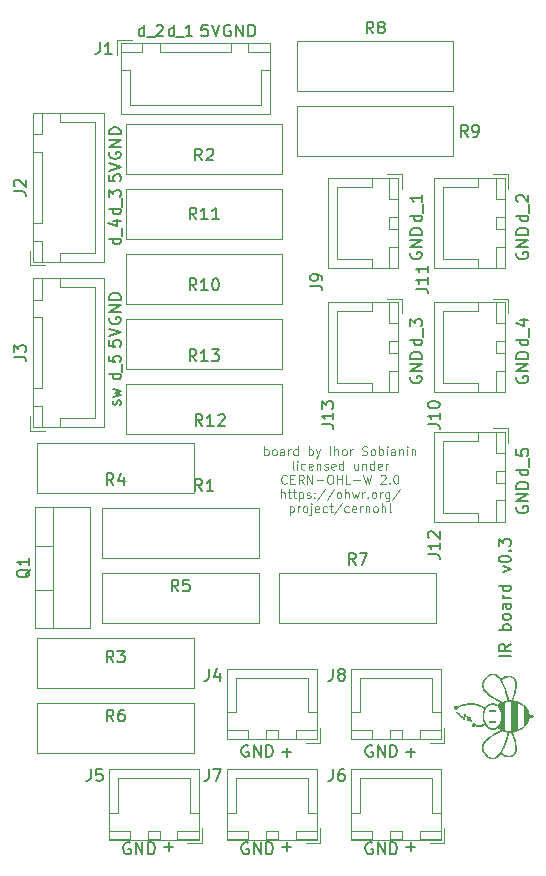
<source format=gbr>
%TF.GenerationSoftware,KiCad,Pcbnew,(6.0.7)*%
%TF.CreationDate,2022-08-05T13:32:27+01:00*%
%TF.ProjectId,ir_sensor,69725f73-656e-4736-9f72-2e6b69636164,rev?*%
%TF.SameCoordinates,Original*%
%TF.FileFunction,Legend,Top*%
%TF.FilePolarity,Positive*%
%FSLAX46Y46*%
G04 Gerber Fmt 4.6, Leading zero omitted, Abs format (unit mm)*
G04 Created by KiCad (PCBNEW (6.0.7)) date 2022-08-05 13:32:27*
%MOMM*%
%LPD*%
G01*
G04 APERTURE LIST*
%ADD10C,0.100000*%
%ADD11C,0.150000*%
%ADD12C,0.120000*%
%ADD13C,0.010000*%
G04 APERTURE END LIST*
D10*
X103607142Y-62424285D02*
X103607142Y-61674285D01*
X103607142Y-61960000D02*
X103678571Y-61924285D01*
X103821428Y-61924285D01*
X103892857Y-61960000D01*
X103928571Y-61995714D01*
X103964285Y-62067142D01*
X103964285Y-62281428D01*
X103928571Y-62352857D01*
X103892857Y-62388571D01*
X103821428Y-62424285D01*
X103678571Y-62424285D01*
X103607142Y-62388571D01*
X104392857Y-62424285D02*
X104321428Y-62388571D01*
X104285714Y-62352857D01*
X104250000Y-62281428D01*
X104250000Y-62067142D01*
X104285714Y-61995714D01*
X104321428Y-61960000D01*
X104392857Y-61924285D01*
X104500000Y-61924285D01*
X104571428Y-61960000D01*
X104607142Y-61995714D01*
X104642857Y-62067142D01*
X104642857Y-62281428D01*
X104607142Y-62352857D01*
X104571428Y-62388571D01*
X104500000Y-62424285D01*
X104392857Y-62424285D01*
X105285714Y-62424285D02*
X105285714Y-62031428D01*
X105250000Y-61960000D01*
X105178571Y-61924285D01*
X105035714Y-61924285D01*
X104964285Y-61960000D01*
X105285714Y-62388571D02*
X105214285Y-62424285D01*
X105035714Y-62424285D01*
X104964285Y-62388571D01*
X104928571Y-62317142D01*
X104928571Y-62245714D01*
X104964285Y-62174285D01*
X105035714Y-62138571D01*
X105214285Y-62138571D01*
X105285714Y-62102857D01*
X105642857Y-62424285D02*
X105642857Y-61924285D01*
X105642857Y-62067142D02*
X105678571Y-61995714D01*
X105714285Y-61960000D01*
X105785714Y-61924285D01*
X105857142Y-61924285D01*
X106428571Y-62424285D02*
X106428571Y-61674285D01*
X106428571Y-62388571D02*
X106357142Y-62424285D01*
X106214285Y-62424285D01*
X106142857Y-62388571D01*
X106107142Y-62352857D01*
X106071428Y-62281428D01*
X106071428Y-62067142D01*
X106107142Y-61995714D01*
X106142857Y-61960000D01*
X106214285Y-61924285D01*
X106357142Y-61924285D01*
X106428571Y-61960000D01*
X107357142Y-62424285D02*
X107357142Y-61674285D01*
X107357142Y-61960000D02*
X107428571Y-61924285D01*
X107571428Y-61924285D01*
X107642857Y-61960000D01*
X107678571Y-61995714D01*
X107714285Y-62067142D01*
X107714285Y-62281428D01*
X107678571Y-62352857D01*
X107642857Y-62388571D01*
X107571428Y-62424285D01*
X107428571Y-62424285D01*
X107357142Y-62388571D01*
X107964285Y-61924285D02*
X108142857Y-62424285D01*
X108321428Y-61924285D02*
X108142857Y-62424285D01*
X108071428Y-62602857D01*
X108035714Y-62638571D01*
X107964285Y-62674285D01*
X109178571Y-62424285D02*
X109178571Y-61674285D01*
X109535714Y-62424285D02*
X109535714Y-61674285D01*
X109857142Y-62424285D02*
X109857142Y-62031428D01*
X109821428Y-61960000D01*
X109750000Y-61924285D01*
X109642857Y-61924285D01*
X109571428Y-61960000D01*
X109535714Y-61995714D01*
X110321428Y-62424285D02*
X110250000Y-62388571D01*
X110214285Y-62352857D01*
X110178571Y-62281428D01*
X110178571Y-62067142D01*
X110214285Y-61995714D01*
X110250000Y-61960000D01*
X110321428Y-61924285D01*
X110428571Y-61924285D01*
X110500000Y-61960000D01*
X110535714Y-61995714D01*
X110571428Y-62067142D01*
X110571428Y-62281428D01*
X110535714Y-62352857D01*
X110500000Y-62388571D01*
X110428571Y-62424285D01*
X110321428Y-62424285D01*
X110892857Y-62424285D02*
X110892857Y-61924285D01*
X110892857Y-62067142D02*
X110928571Y-61995714D01*
X110964285Y-61960000D01*
X111035714Y-61924285D01*
X111107142Y-61924285D01*
X111892857Y-62388571D02*
X112000000Y-62424285D01*
X112178571Y-62424285D01*
X112250000Y-62388571D01*
X112285714Y-62352857D01*
X112321428Y-62281428D01*
X112321428Y-62210000D01*
X112285714Y-62138571D01*
X112250000Y-62102857D01*
X112178571Y-62067142D01*
X112035714Y-62031428D01*
X111964285Y-61995714D01*
X111928571Y-61960000D01*
X111892857Y-61888571D01*
X111892857Y-61817142D01*
X111928571Y-61745714D01*
X111964285Y-61710000D01*
X112035714Y-61674285D01*
X112214285Y-61674285D01*
X112321428Y-61710000D01*
X112750000Y-62424285D02*
X112678571Y-62388571D01*
X112642857Y-62352857D01*
X112607142Y-62281428D01*
X112607142Y-62067142D01*
X112642857Y-61995714D01*
X112678571Y-61960000D01*
X112750000Y-61924285D01*
X112857142Y-61924285D01*
X112928571Y-61960000D01*
X112964285Y-61995714D01*
X113000000Y-62067142D01*
X113000000Y-62281428D01*
X112964285Y-62352857D01*
X112928571Y-62388571D01*
X112857142Y-62424285D01*
X112750000Y-62424285D01*
X113321428Y-62424285D02*
X113321428Y-61674285D01*
X113321428Y-61960000D02*
X113392857Y-61924285D01*
X113535714Y-61924285D01*
X113607142Y-61960000D01*
X113642857Y-61995714D01*
X113678571Y-62067142D01*
X113678571Y-62281428D01*
X113642857Y-62352857D01*
X113607142Y-62388571D01*
X113535714Y-62424285D01*
X113392857Y-62424285D01*
X113321428Y-62388571D01*
X114000000Y-62424285D02*
X114000000Y-61924285D01*
X114000000Y-61674285D02*
X113964285Y-61710000D01*
X114000000Y-61745714D01*
X114035714Y-61710000D01*
X114000000Y-61674285D01*
X114000000Y-61745714D01*
X114678571Y-62424285D02*
X114678571Y-62031428D01*
X114642857Y-61960000D01*
X114571428Y-61924285D01*
X114428571Y-61924285D01*
X114357142Y-61960000D01*
X114678571Y-62388571D02*
X114607142Y-62424285D01*
X114428571Y-62424285D01*
X114357142Y-62388571D01*
X114321428Y-62317142D01*
X114321428Y-62245714D01*
X114357142Y-62174285D01*
X114428571Y-62138571D01*
X114607142Y-62138571D01*
X114678571Y-62102857D01*
X115035714Y-61924285D02*
X115035714Y-62424285D01*
X115035714Y-61995714D02*
X115071428Y-61960000D01*
X115142857Y-61924285D01*
X115250000Y-61924285D01*
X115321428Y-61960000D01*
X115357142Y-62031428D01*
X115357142Y-62424285D01*
X115714285Y-62424285D02*
X115714285Y-61924285D01*
X115714285Y-61674285D02*
X115678571Y-61710000D01*
X115714285Y-61745714D01*
X115750000Y-61710000D01*
X115714285Y-61674285D01*
X115714285Y-61745714D01*
X116071428Y-61924285D02*
X116071428Y-62424285D01*
X116071428Y-61995714D02*
X116107142Y-61960000D01*
X116178571Y-61924285D01*
X116285714Y-61924285D01*
X116357142Y-61960000D01*
X116392857Y-62031428D01*
X116392857Y-62424285D01*
X106107142Y-63631785D02*
X106035714Y-63596071D01*
X106000000Y-63524642D01*
X106000000Y-62881785D01*
X106392857Y-63631785D02*
X106392857Y-63131785D01*
X106392857Y-62881785D02*
X106357142Y-62917500D01*
X106392857Y-62953214D01*
X106428571Y-62917500D01*
X106392857Y-62881785D01*
X106392857Y-62953214D01*
X107071428Y-63596071D02*
X107000000Y-63631785D01*
X106857142Y-63631785D01*
X106785714Y-63596071D01*
X106750000Y-63560357D01*
X106714285Y-63488928D01*
X106714285Y-63274642D01*
X106750000Y-63203214D01*
X106785714Y-63167500D01*
X106857142Y-63131785D01*
X107000000Y-63131785D01*
X107071428Y-63167500D01*
X107678571Y-63596071D02*
X107607142Y-63631785D01*
X107464285Y-63631785D01*
X107392857Y-63596071D01*
X107357142Y-63524642D01*
X107357142Y-63238928D01*
X107392857Y-63167500D01*
X107464285Y-63131785D01*
X107607142Y-63131785D01*
X107678571Y-63167500D01*
X107714285Y-63238928D01*
X107714285Y-63310357D01*
X107357142Y-63381785D01*
X108035714Y-63131785D02*
X108035714Y-63631785D01*
X108035714Y-63203214D02*
X108071428Y-63167500D01*
X108142857Y-63131785D01*
X108250000Y-63131785D01*
X108321428Y-63167500D01*
X108357142Y-63238928D01*
X108357142Y-63631785D01*
X108678571Y-63596071D02*
X108750000Y-63631785D01*
X108892857Y-63631785D01*
X108964285Y-63596071D01*
X109000000Y-63524642D01*
X109000000Y-63488928D01*
X108964285Y-63417500D01*
X108892857Y-63381785D01*
X108785714Y-63381785D01*
X108714285Y-63346071D01*
X108678571Y-63274642D01*
X108678571Y-63238928D01*
X108714285Y-63167500D01*
X108785714Y-63131785D01*
X108892857Y-63131785D01*
X108964285Y-63167500D01*
X109607142Y-63596071D02*
X109535714Y-63631785D01*
X109392857Y-63631785D01*
X109321428Y-63596071D01*
X109285714Y-63524642D01*
X109285714Y-63238928D01*
X109321428Y-63167500D01*
X109392857Y-63131785D01*
X109535714Y-63131785D01*
X109607142Y-63167500D01*
X109642857Y-63238928D01*
X109642857Y-63310357D01*
X109285714Y-63381785D01*
X110285714Y-63631785D02*
X110285714Y-62881785D01*
X110285714Y-63596071D02*
X110214285Y-63631785D01*
X110071428Y-63631785D01*
X110000000Y-63596071D01*
X109964285Y-63560357D01*
X109928571Y-63488928D01*
X109928571Y-63274642D01*
X109964285Y-63203214D01*
X110000000Y-63167500D01*
X110071428Y-63131785D01*
X110214285Y-63131785D01*
X110285714Y-63167500D01*
X111535714Y-63131785D02*
X111535714Y-63631785D01*
X111214285Y-63131785D02*
X111214285Y-63524642D01*
X111250000Y-63596071D01*
X111321428Y-63631785D01*
X111428571Y-63631785D01*
X111500000Y-63596071D01*
X111535714Y-63560357D01*
X111892857Y-63131785D02*
X111892857Y-63631785D01*
X111892857Y-63203214D02*
X111928571Y-63167500D01*
X112000000Y-63131785D01*
X112107142Y-63131785D01*
X112178571Y-63167500D01*
X112214285Y-63238928D01*
X112214285Y-63631785D01*
X112892857Y-63631785D02*
X112892857Y-62881785D01*
X112892857Y-63596071D02*
X112821428Y-63631785D01*
X112678571Y-63631785D01*
X112607142Y-63596071D01*
X112571428Y-63560357D01*
X112535714Y-63488928D01*
X112535714Y-63274642D01*
X112571428Y-63203214D01*
X112607142Y-63167500D01*
X112678571Y-63131785D01*
X112821428Y-63131785D01*
X112892857Y-63167500D01*
X113535714Y-63596071D02*
X113464285Y-63631785D01*
X113321428Y-63631785D01*
X113250000Y-63596071D01*
X113214285Y-63524642D01*
X113214285Y-63238928D01*
X113250000Y-63167500D01*
X113321428Y-63131785D01*
X113464285Y-63131785D01*
X113535714Y-63167500D01*
X113571428Y-63238928D01*
X113571428Y-63310357D01*
X113214285Y-63381785D01*
X113892857Y-63631785D02*
X113892857Y-63131785D01*
X113892857Y-63274642D02*
X113928571Y-63203214D01*
X113964285Y-63167500D01*
X114035714Y-63131785D01*
X114107142Y-63131785D01*
X105500000Y-64767857D02*
X105464285Y-64803571D01*
X105357142Y-64839285D01*
X105285714Y-64839285D01*
X105178571Y-64803571D01*
X105107142Y-64732142D01*
X105071428Y-64660714D01*
X105035714Y-64517857D01*
X105035714Y-64410714D01*
X105071428Y-64267857D01*
X105107142Y-64196428D01*
X105178571Y-64125000D01*
X105285714Y-64089285D01*
X105357142Y-64089285D01*
X105464285Y-64125000D01*
X105500000Y-64160714D01*
X105821428Y-64446428D02*
X106071428Y-64446428D01*
X106178571Y-64839285D02*
X105821428Y-64839285D01*
X105821428Y-64089285D01*
X106178571Y-64089285D01*
X106928571Y-64839285D02*
X106678571Y-64482142D01*
X106500000Y-64839285D02*
X106500000Y-64089285D01*
X106785714Y-64089285D01*
X106857142Y-64125000D01*
X106892857Y-64160714D01*
X106928571Y-64232142D01*
X106928571Y-64339285D01*
X106892857Y-64410714D01*
X106857142Y-64446428D01*
X106785714Y-64482142D01*
X106500000Y-64482142D01*
X107250000Y-64839285D02*
X107250000Y-64089285D01*
X107678571Y-64839285D01*
X107678571Y-64089285D01*
X108035714Y-64553571D02*
X108607142Y-64553571D01*
X109107142Y-64089285D02*
X109250000Y-64089285D01*
X109321428Y-64125000D01*
X109392857Y-64196428D01*
X109428571Y-64339285D01*
X109428571Y-64589285D01*
X109392857Y-64732142D01*
X109321428Y-64803571D01*
X109250000Y-64839285D01*
X109107142Y-64839285D01*
X109035714Y-64803571D01*
X108964285Y-64732142D01*
X108928571Y-64589285D01*
X108928571Y-64339285D01*
X108964285Y-64196428D01*
X109035714Y-64125000D01*
X109107142Y-64089285D01*
X109750000Y-64839285D02*
X109750000Y-64089285D01*
X109750000Y-64446428D02*
X110178571Y-64446428D01*
X110178571Y-64839285D02*
X110178571Y-64089285D01*
X110892857Y-64839285D02*
X110535714Y-64839285D01*
X110535714Y-64089285D01*
X111142857Y-64553571D02*
X111714285Y-64553571D01*
X112000000Y-64089285D02*
X112178571Y-64839285D01*
X112321428Y-64303571D01*
X112464285Y-64839285D01*
X112642857Y-64089285D01*
X113464285Y-64160714D02*
X113500000Y-64125000D01*
X113571428Y-64089285D01*
X113750000Y-64089285D01*
X113821428Y-64125000D01*
X113857142Y-64160714D01*
X113892857Y-64232142D01*
X113892857Y-64303571D01*
X113857142Y-64410714D01*
X113428571Y-64839285D01*
X113892857Y-64839285D01*
X114214285Y-64767857D02*
X114250000Y-64803571D01*
X114214285Y-64839285D01*
X114178571Y-64803571D01*
X114214285Y-64767857D01*
X114214285Y-64839285D01*
X114714285Y-64089285D02*
X114785714Y-64089285D01*
X114857142Y-64125000D01*
X114892857Y-64160714D01*
X114928571Y-64232142D01*
X114964285Y-64375000D01*
X114964285Y-64553571D01*
X114928571Y-64696428D01*
X114892857Y-64767857D01*
X114857142Y-64803571D01*
X114785714Y-64839285D01*
X114714285Y-64839285D01*
X114642857Y-64803571D01*
X114607142Y-64767857D01*
X114571428Y-64696428D01*
X114535714Y-64553571D01*
X114535714Y-64375000D01*
X114571428Y-64232142D01*
X114607142Y-64160714D01*
X114642857Y-64125000D01*
X114714285Y-64089285D01*
X105017857Y-66046785D02*
X105017857Y-65296785D01*
X105339285Y-66046785D02*
X105339285Y-65653928D01*
X105303571Y-65582500D01*
X105232142Y-65546785D01*
X105125000Y-65546785D01*
X105053571Y-65582500D01*
X105017857Y-65618214D01*
X105589285Y-65546785D02*
X105875000Y-65546785D01*
X105696428Y-65296785D02*
X105696428Y-65939642D01*
X105732142Y-66011071D01*
X105803571Y-66046785D01*
X105875000Y-66046785D01*
X106017857Y-65546785D02*
X106303571Y-65546785D01*
X106125000Y-65296785D02*
X106125000Y-65939642D01*
X106160714Y-66011071D01*
X106232142Y-66046785D01*
X106303571Y-66046785D01*
X106553571Y-65546785D02*
X106553571Y-66296785D01*
X106553571Y-65582500D02*
X106625000Y-65546785D01*
X106767857Y-65546785D01*
X106839285Y-65582500D01*
X106875000Y-65618214D01*
X106910714Y-65689642D01*
X106910714Y-65903928D01*
X106875000Y-65975357D01*
X106839285Y-66011071D01*
X106767857Y-66046785D01*
X106625000Y-66046785D01*
X106553571Y-66011071D01*
X107196428Y-66011071D02*
X107267857Y-66046785D01*
X107410714Y-66046785D01*
X107482142Y-66011071D01*
X107517857Y-65939642D01*
X107517857Y-65903928D01*
X107482142Y-65832500D01*
X107410714Y-65796785D01*
X107303571Y-65796785D01*
X107232142Y-65761071D01*
X107196428Y-65689642D01*
X107196428Y-65653928D01*
X107232142Y-65582500D01*
X107303571Y-65546785D01*
X107410714Y-65546785D01*
X107482142Y-65582500D01*
X107839285Y-65975357D02*
X107875000Y-66011071D01*
X107839285Y-66046785D01*
X107803571Y-66011071D01*
X107839285Y-65975357D01*
X107839285Y-66046785D01*
X107839285Y-65582500D02*
X107875000Y-65618214D01*
X107839285Y-65653928D01*
X107803571Y-65618214D01*
X107839285Y-65582500D01*
X107839285Y-65653928D01*
X108732142Y-65261071D02*
X108089285Y-66225357D01*
X109517857Y-65261071D02*
X108875000Y-66225357D01*
X109875000Y-66046785D02*
X109803571Y-66011071D01*
X109767857Y-65975357D01*
X109732142Y-65903928D01*
X109732142Y-65689642D01*
X109767857Y-65618214D01*
X109803571Y-65582500D01*
X109875000Y-65546785D01*
X109982142Y-65546785D01*
X110053571Y-65582500D01*
X110089285Y-65618214D01*
X110125000Y-65689642D01*
X110125000Y-65903928D01*
X110089285Y-65975357D01*
X110053571Y-66011071D01*
X109982142Y-66046785D01*
X109875000Y-66046785D01*
X110446428Y-66046785D02*
X110446428Y-65296785D01*
X110767857Y-66046785D02*
X110767857Y-65653928D01*
X110732142Y-65582500D01*
X110660714Y-65546785D01*
X110553571Y-65546785D01*
X110482142Y-65582500D01*
X110446428Y-65618214D01*
X111053571Y-65546785D02*
X111196428Y-66046785D01*
X111339285Y-65689642D01*
X111482142Y-66046785D01*
X111625000Y-65546785D01*
X111910714Y-66046785D02*
X111910714Y-65546785D01*
X111910714Y-65689642D02*
X111946428Y-65618214D01*
X111982142Y-65582500D01*
X112053571Y-65546785D01*
X112125000Y-65546785D01*
X112375000Y-65975357D02*
X112410714Y-66011071D01*
X112375000Y-66046785D01*
X112339285Y-66011071D01*
X112375000Y-65975357D01*
X112375000Y-66046785D01*
X112839285Y-66046785D02*
X112767857Y-66011071D01*
X112732142Y-65975357D01*
X112696428Y-65903928D01*
X112696428Y-65689642D01*
X112732142Y-65618214D01*
X112767857Y-65582500D01*
X112839285Y-65546785D01*
X112946428Y-65546785D01*
X113017857Y-65582500D01*
X113053571Y-65618214D01*
X113089285Y-65689642D01*
X113089285Y-65903928D01*
X113053571Y-65975357D01*
X113017857Y-66011071D01*
X112946428Y-66046785D01*
X112839285Y-66046785D01*
X113410714Y-66046785D02*
X113410714Y-65546785D01*
X113410714Y-65689642D02*
X113446428Y-65618214D01*
X113482142Y-65582500D01*
X113553571Y-65546785D01*
X113625000Y-65546785D01*
X114196428Y-65546785D02*
X114196428Y-66153928D01*
X114160714Y-66225357D01*
X114125000Y-66261071D01*
X114053571Y-66296785D01*
X113946428Y-66296785D01*
X113875000Y-66261071D01*
X114196428Y-66011071D02*
X114125000Y-66046785D01*
X113982142Y-66046785D01*
X113910714Y-66011071D01*
X113875000Y-65975357D01*
X113839285Y-65903928D01*
X113839285Y-65689642D01*
X113875000Y-65618214D01*
X113910714Y-65582500D01*
X113982142Y-65546785D01*
X114125000Y-65546785D01*
X114196428Y-65582500D01*
X115089285Y-65261071D02*
X114446428Y-66225357D01*
X105750000Y-66754285D02*
X105750000Y-67504285D01*
X105750000Y-66790000D02*
X105821428Y-66754285D01*
X105964285Y-66754285D01*
X106035714Y-66790000D01*
X106071428Y-66825714D01*
X106107142Y-66897142D01*
X106107142Y-67111428D01*
X106071428Y-67182857D01*
X106035714Y-67218571D01*
X105964285Y-67254285D01*
X105821428Y-67254285D01*
X105750000Y-67218571D01*
X106428571Y-67254285D02*
X106428571Y-66754285D01*
X106428571Y-66897142D02*
X106464285Y-66825714D01*
X106500000Y-66790000D01*
X106571428Y-66754285D01*
X106642857Y-66754285D01*
X107000000Y-67254285D02*
X106928571Y-67218571D01*
X106892857Y-67182857D01*
X106857142Y-67111428D01*
X106857142Y-66897142D01*
X106892857Y-66825714D01*
X106928571Y-66790000D01*
X107000000Y-66754285D01*
X107107142Y-66754285D01*
X107178571Y-66790000D01*
X107214285Y-66825714D01*
X107250000Y-66897142D01*
X107250000Y-67111428D01*
X107214285Y-67182857D01*
X107178571Y-67218571D01*
X107107142Y-67254285D01*
X107000000Y-67254285D01*
X107571428Y-66754285D02*
X107571428Y-67397142D01*
X107535714Y-67468571D01*
X107464285Y-67504285D01*
X107428571Y-67504285D01*
X107571428Y-66504285D02*
X107535714Y-66540000D01*
X107571428Y-66575714D01*
X107607142Y-66540000D01*
X107571428Y-66504285D01*
X107571428Y-66575714D01*
X108214285Y-67218571D02*
X108142857Y-67254285D01*
X108000000Y-67254285D01*
X107928571Y-67218571D01*
X107892857Y-67147142D01*
X107892857Y-66861428D01*
X107928571Y-66790000D01*
X108000000Y-66754285D01*
X108142857Y-66754285D01*
X108214285Y-66790000D01*
X108250000Y-66861428D01*
X108250000Y-66932857D01*
X107892857Y-67004285D01*
X108892857Y-67218571D02*
X108821428Y-67254285D01*
X108678571Y-67254285D01*
X108607142Y-67218571D01*
X108571428Y-67182857D01*
X108535714Y-67111428D01*
X108535714Y-66897142D01*
X108571428Y-66825714D01*
X108607142Y-66790000D01*
X108678571Y-66754285D01*
X108821428Y-66754285D01*
X108892857Y-66790000D01*
X109107142Y-66754285D02*
X109392857Y-66754285D01*
X109214285Y-66504285D02*
X109214285Y-67147142D01*
X109250000Y-67218571D01*
X109321428Y-67254285D01*
X109392857Y-67254285D01*
X110178571Y-66468571D02*
X109535714Y-67432857D01*
X110750000Y-67218571D02*
X110678571Y-67254285D01*
X110535714Y-67254285D01*
X110464285Y-67218571D01*
X110428571Y-67182857D01*
X110392857Y-67111428D01*
X110392857Y-66897142D01*
X110428571Y-66825714D01*
X110464285Y-66790000D01*
X110535714Y-66754285D01*
X110678571Y-66754285D01*
X110750000Y-66790000D01*
X111357142Y-67218571D02*
X111285714Y-67254285D01*
X111142857Y-67254285D01*
X111071428Y-67218571D01*
X111035714Y-67147142D01*
X111035714Y-66861428D01*
X111071428Y-66790000D01*
X111142857Y-66754285D01*
X111285714Y-66754285D01*
X111357142Y-66790000D01*
X111392857Y-66861428D01*
X111392857Y-66932857D01*
X111035714Y-67004285D01*
X111714285Y-67254285D02*
X111714285Y-66754285D01*
X111714285Y-66897142D02*
X111750000Y-66825714D01*
X111785714Y-66790000D01*
X111857142Y-66754285D01*
X111928571Y-66754285D01*
X112178571Y-66754285D02*
X112178571Y-67254285D01*
X112178571Y-66825714D02*
X112214285Y-66790000D01*
X112285714Y-66754285D01*
X112392857Y-66754285D01*
X112464285Y-66790000D01*
X112500000Y-66861428D01*
X112500000Y-67254285D01*
X112964285Y-67254285D02*
X112892857Y-67218571D01*
X112857142Y-67182857D01*
X112821428Y-67111428D01*
X112821428Y-66897142D01*
X112857142Y-66825714D01*
X112892857Y-66790000D01*
X112964285Y-66754285D01*
X113071428Y-66754285D01*
X113142857Y-66790000D01*
X113178571Y-66825714D01*
X113214285Y-66897142D01*
X113214285Y-67111428D01*
X113178571Y-67182857D01*
X113142857Y-67218571D01*
X113071428Y-67254285D01*
X112964285Y-67254285D01*
X113535714Y-67254285D02*
X113535714Y-66504285D01*
X113857142Y-67254285D02*
X113857142Y-66861428D01*
X113821428Y-66790000D01*
X113750000Y-66754285D01*
X113642857Y-66754285D01*
X113571428Y-66790000D01*
X113535714Y-66825714D01*
X114321428Y-67254285D02*
X114250000Y-67218571D01*
X114214285Y-67147142D01*
X114214285Y-66504285D01*
D11*
X124452380Y-79452380D02*
X123452380Y-79452380D01*
X124452380Y-78404761D02*
X123976190Y-78738095D01*
X124452380Y-78976190D02*
X123452380Y-78976190D01*
X123452380Y-78595238D01*
X123500000Y-78500000D01*
X123547619Y-78452380D01*
X123642857Y-78404761D01*
X123785714Y-78404761D01*
X123880952Y-78452380D01*
X123928571Y-78500000D01*
X123976190Y-78595238D01*
X123976190Y-78976190D01*
X124452380Y-77214285D02*
X123452380Y-77214285D01*
X123833333Y-77214285D02*
X123785714Y-77119047D01*
X123785714Y-76928571D01*
X123833333Y-76833333D01*
X123880952Y-76785714D01*
X123976190Y-76738095D01*
X124261904Y-76738095D01*
X124357142Y-76785714D01*
X124404761Y-76833333D01*
X124452380Y-76928571D01*
X124452380Y-77119047D01*
X124404761Y-77214285D01*
X124452380Y-76166666D02*
X124404761Y-76261904D01*
X124357142Y-76309523D01*
X124261904Y-76357142D01*
X123976190Y-76357142D01*
X123880952Y-76309523D01*
X123833333Y-76261904D01*
X123785714Y-76166666D01*
X123785714Y-76023809D01*
X123833333Y-75928571D01*
X123880952Y-75880952D01*
X123976190Y-75833333D01*
X124261904Y-75833333D01*
X124357142Y-75880952D01*
X124404761Y-75928571D01*
X124452380Y-76023809D01*
X124452380Y-76166666D01*
X124452380Y-74976190D02*
X123928571Y-74976190D01*
X123833333Y-75023809D01*
X123785714Y-75119047D01*
X123785714Y-75309523D01*
X123833333Y-75404761D01*
X124404761Y-74976190D02*
X124452380Y-75071428D01*
X124452380Y-75309523D01*
X124404761Y-75404761D01*
X124309523Y-75452380D01*
X124214285Y-75452380D01*
X124119047Y-75404761D01*
X124071428Y-75309523D01*
X124071428Y-75071428D01*
X124023809Y-74976190D01*
X124452380Y-74500000D02*
X123785714Y-74500000D01*
X123976190Y-74500000D02*
X123880952Y-74452380D01*
X123833333Y-74404761D01*
X123785714Y-74309523D01*
X123785714Y-74214285D01*
X124452380Y-73452380D02*
X123452380Y-73452380D01*
X124404761Y-73452380D02*
X124452380Y-73547619D01*
X124452380Y-73738095D01*
X124404761Y-73833333D01*
X124357142Y-73880952D01*
X124261904Y-73928571D01*
X123976190Y-73928571D01*
X123880952Y-73880952D01*
X123833333Y-73833333D01*
X123785714Y-73738095D01*
X123785714Y-73547619D01*
X123833333Y-73452380D01*
X123785714Y-72309523D02*
X124452380Y-72071428D01*
X123785714Y-71833333D01*
X123452380Y-71261904D02*
X123452380Y-71166666D01*
X123500000Y-71071428D01*
X123547619Y-71023809D01*
X123642857Y-70976190D01*
X123833333Y-70928571D01*
X124071428Y-70928571D01*
X124261904Y-70976190D01*
X124357142Y-71023809D01*
X124404761Y-71071428D01*
X124452380Y-71166666D01*
X124452380Y-71261904D01*
X124404761Y-71357142D01*
X124357142Y-71404761D01*
X124261904Y-71452380D01*
X124071428Y-71500000D01*
X123833333Y-71500000D01*
X123642857Y-71452380D01*
X123547619Y-71404761D01*
X123500000Y-71357142D01*
X123452380Y-71261904D01*
X124357142Y-70500000D02*
X124404761Y-70452380D01*
X124452380Y-70500000D01*
X124404761Y-70547619D01*
X124357142Y-70500000D01*
X124452380Y-70500000D01*
X123452380Y-70119047D02*
X123452380Y-69500000D01*
X123833333Y-69833333D01*
X123833333Y-69690476D01*
X123880952Y-69595238D01*
X123928571Y-69547619D01*
X124023809Y-69500000D01*
X124261904Y-69500000D01*
X124357142Y-69547619D01*
X124404761Y-69595238D01*
X124452380Y-69690476D01*
X124452380Y-69976190D01*
X124404761Y-70071428D01*
X124357142Y-70119047D01*
X105119047Y-87571428D02*
X105880952Y-87571428D01*
X105500000Y-87952380D02*
X105500000Y-87190476D01*
X102238095Y-87000000D02*
X102142857Y-86952380D01*
X102000000Y-86952380D01*
X101857142Y-87000000D01*
X101761904Y-87095238D01*
X101714285Y-87190476D01*
X101666666Y-87380952D01*
X101666666Y-87523809D01*
X101714285Y-87714285D01*
X101761904Y-87809523D01*
X101857142Y-87904761D01*
X102000000Y-87952380D01*
X102095238Y-87952380D01*
X102238095Y-87904761D01*
X102285714Y-87857142D01*
X102285714Y-87523809D01*
X102095238Y-87523809D01*
X102714285Y-87952380D02*
X102714285Y-86952380D01*
X103285714Y-87952380D01*
X103285714Y-86952380D01*
X103761904Y-87952380D02*
X103761904Y-86952380D01*
X104000000Y-86952380D01*
X104142857Y-87000000D01*
X104238095Y-87095238D01*
X104285714Y-87190476D01*
X104333333Y-87380952D01*
X104333333Y-87523809D01*
X104285714Y-87714285D01*
X104238095Y-87809523D01*
X104142857Y-87904761D01*
X104000000Y-87952380D01*
X103761904Y-87952380D01*
X115619047Y-87571428D02*
X116380952Y-87571428D01*
X116000000Y-87952380D02*
X116000000Y-87190476D01*
X112738095Y-87000000D02*
X112642857Y-86952380D01*
X112500000Y-86952380D01*
X112357142Y-87000000D01*
X112261904Y-87095238D01*
X112214285Y-87190476D01*
X112166666Y-87380952D01*
X112166666Y-87523809D01*
X112214285Y-87714285D01*
X112261904Y-87809523D01*
X112357142Y-87904761D01*
X112500000Y-87952380D01*
X112595238Y-87952380D01*
X112738095Y-87904761D01*
X112785714Y-87857142D01*
X112785714Y-87523809D01*
X112595238Y-87523809D01*
X113214285Y-87952380D02*
X113214285Y-86952380D01*
X113785714Y-87952380D01*
X113785714Y-86952380D01*
X114261904Y-87952380D02*
X114261904Y-86952380D01*
X114500000Y-86952380D01*
X114642857Y-87000000D01*
X114738095Y-87095238D01*
X114785714Y-87190476D01*
X114833333Y-87380952D01*
X114833333Y-87523809D01*
X114785714Y-87714285D01*
X114738095Y-87809523D01*
X114642857Y-87904761D01*
X114500000Y-87952380D01*
X114261904Y-87952380D01*
X115619047Y-95571428D02*
X116380952Y-95571428D01*
X116000000Y-95952380D02*
X116000000Y-95190476D01*
X112738095Y-95250000D02*
X112642857Y-95202380D01*
X112500000Y-95202380D01*
X112357142Y-95250000D01*
X112261904Y-95345238D01*
X112214285Y-95440476D01*
X112166666Y-95630952D01*
X112166666Y-95773809D01*
X112214285Y-95964285D01*
X112261904Y-96059523D01*
X112357142Y-96154761D01*
X112500000Y-96202380D01*
X112595238Y-96202380D01*
X112738095Y-96154761D01*
X112785714Y-96107142D01*
X112785714Y-95773809D01*
X112595238Y-95773809D01*
X113214285Y-96202380D02*
X113214285Y-95202380D01*
X113785714Y-96202380D01*
X113785714Y-95202380D01*
X114261904Y-96202380D02*
X114261904Y-95202380D01*
X114500000Y-95202380D01*
X114642857Y-95250000D01*
X114738095Y-95345238D01*
X114785714Y-95440476D01*
X114833333Y-95630952D01*
X114833333Y-95773809D01*
X114785714Y-95964285D01*
X114738095Y-96059523D01*
X114642857Y-96154761D01*
X114500000Y-96202380D01*
X114261904Y-96202380D01*
X105119047Y-95571428D02*
X105880952Y-95571428D01*
X105500000Y-95952380D02*
X105500000Y-95190476D01*
X102238095Y-95250000D02*
X102142857Y-95202380D01*
X102000000Y-95202380D01*
X101857142Y-95250000D01*
X101761904Y-95345238D01*
X101714285Y-95440476D01*
X101666666Y-95630952D01*
X101666666Y-95773809D01*
X101714285Y-95964285D01*
X101761904Y-96059523D01*
X101857142Y-96154761D01*
X102000000Y-96202380D01*
X102095238Y-96202380D01*
X102238095Y-96154761D01*
X102285714Y-96107142D01*
X102285714Y-95773809D01*
X102095238Y-95773809D01*
X102714285Y-96202380D02*
X102714285Y-95202380D01*
X103285714Y-96202380D01*
X103285714Y-95202380D01*
X103761904Y-96202380D02*
X103761904Y-95202380D01*
X104000000Y-95202380D01*
X104142857Y-95250000D01*
X104238095Y-95345238D01*
X104285714Y-95440476D01*
X104333333Y-95630952D01*
X104333333Y-95773809D01*
X104285714Y-95964285D01*
X104238095Y-96059523D01*
X104142857Y-96154761D01*
X104000000Y-96202380D01*
X103761904Y-96202380D01*
X95119047Y-95571428D02*
X95880952Y-95571428D01*
X95500000Y-95952380D02*
X95500000Y-95190476D01*
X92238095Y-95250000D02*
X92142857Y-95202380D01*
X92000000Y-95202380D01*
X91857142Y-95250000D01*
X91761904Y-95345238D01*
X91714285Y-95440476D01*
X91666666Y-95630952D01*
X91666666Y-95773809D01*
X91714285Y-95964285D01*
X91761904Y-96059523D01*
X91857142Y-96154761D01*
X92000000Y-96202380D01*
X92095238Y-96202380D01*
X92238095Y-96154761D01*
X92285714Y-96107142D01*
X92285714Y-95773809D01*
X92095238Y-95773809D01*
X92714285Y-96202380D02*
X92714285Y-95202380D01*
X93285714Y-96202380D01*
X93285714Y-95202380D01*
X93761904Y-96202380D02*
X93761904Y-95202380D01*
X94000000Y-95202380D01*
X94142857Y-95250000D01*
X94238095Y-95345238D01*
X94285714Y-95440476D01*
X94333333Y-95630952D01*
X94333333Y-95773809D01*
X94285714Y-95964285D01*
X94238095Y-96059523D01*
X94142857Y-96154761D01*
X94000000Y-96202380D01*
X93761904Y-96202380D01*
X116000000Y-45261904D02*
X115952380Y-45357142D01*
X115952380Y-45500000D01*
X116000000Y-45642857D01*
X116095238Y-45738095D01*
X116190476Y-45785714D01*
X116380952Y-45833333D01*
X116523809Y-45833333D01*
X116714285Y-45785714D01*
X116809523Y-45738095D01*
X116904761Y-45642857D01*
X116952380Y-45500000D01*
X116952380Y-45404761D01*
X116904761Y-45261904D01*
X116857142Y-45214285D01*
X116523809Y-45214285D01*
X116523809Y-45404761D01*
X116952380Y-44785714D02*
X115952380Y-44785714D01*
X116952380Y-44214285D01*
X115952380Y-44214285D01*
X116952380Y-43738095D02*
X115952380Y-43738095D01*
X115952380Y-43500000D01*
X116000000Y-43357142D01*
X116095238Y-43261904D01*
X116190476Y-43214285D01*
X116380952Y-43166666D01*
X116523809Y-43166666D01*
X116714285Y-43214285D01*
X116809523Y-43261904D01*
X116904761Y-43357142D01*
X116952380Y-43500000D01*
X116952380Y-43738095D01*
X116952380Y-42142857D02*
X115952380Y-42142857D01*
X116904761Y-42142857D02*
X116952380Y-42238095D01*
X116952380Y-42428571D01*
X116904761Y-42523809D01*
X116857142Y-42571428D01*
X116761904Y-42619047D01*
X116476190Y-42619047D01*
X116380952Y-42571428D01*
X116333333Y-42523809D01*
X116285714Y-42428571D01*
X116285714Y-42238095D01*
X116333333Y-42142857D01*
X117047619Y-41904761D02*
X117047619Y-41142857D01*
X116952380Y-40380952D02*
X116952380Y-40952380D01*
X116952380Y-40666666D02*
X115952380Y-40666666D01*
X116095238Y-40761904D01*
X116190476Y-40857142D01*
X116238095Y-40952380D01*
X125952380Y-63642857D02*
X124952380Y-63642857D01*
X125904761Y-63642857D02*
X125952380Y-63738095D01*
X125952380Y-63928571D01*
X125904761Y-64023809D01*
X125857142Y-64071428D01*
X125761904Y-64119047D01*
X125476190Y-64119047D01*
X125380952Y-64071428D01*
X125333333Y-64023809D01*
X125285714Y-63928571D01*
X125285714Y-63738095D01*
X125333333Y-63642857D01*
X126047619Y-63404761D02*
X126047619Y-62642857D01*
X124952380Y-61928571D02*
X124952380Y-62404761D01*
X125428571Y-62452380D01*
X125380952Y-62404761D01*
X125333333Y-62309523D01*
X125333333Y-62071428D01*
X125380952Y-61976190D01*
X125428571Y-61928571D01*
X125523809Y-61880952D01*
X125761904Y-61880952D01*
X125857142Y-61928571D01*
X125904761Y-61976190D01*
X125952380Y-62071428D01*
X125952380Y-62309523D01*
X125904761Y-62404761D01*
X125857142Y-62452380D01*
X116952380Y-52642857D02*
X115952380Y-52642857D01*
X116904761Y-52642857D02*
X116952380Y-52738095D01*
X116952380Y-52928571D01*
X116904761Y-53023809D01*
X116857142Y-53071428D01*
X116761904Y-53119047D01*
X116476190Y-53119047D01*
X116380952Y-53071428D01*
X116333333Y-53023809D01*
X116285714Y-52928571D01*
X116285714Y-52738095D01*
X116333333Y-52642857D01*
X117047619Y-52404761D02*
X117047619Y-51642857D01*
X115952380Y-51500000D02*
X115952380Y-50880952D01*
X116333333Y-51214285D01*
X116333333Y-51071428D01*
X116380952Y-50976190D01*
X116428571Y-50928571D01*
X116523809Y-50880952D01*
X116761904Y-50880952D01*
X116857142Y-50928571D01*
X116904761Y-50976190D01*
X116952380Y-51071428D01*
X116952380Y-51357142D01*
X116904761Y-51452380D01*
X116857142Y-51500000D01*
X125952380Y-52642857D02*
X124952380Y-52642857D01*
X125904761Y-52642857D02*
X125952380Y-52738095D01*
X125952380Y-52928571D01*
X125904761Y-53023809D01*
X125857142Y-53071428D01*
X125761904Y-53119047D01*
X125476190Y-53119047D01*
X125380952Y-53071428D01*
X125333333Y-53023809D01*
X125285714Y-52928571D01*
X125285714Y-52738095D01*
X125333333Y-52642857D01*
X126047619Y-52404761D02*
X126047619Y-51642857D01*
X125285714Y-50976190D02*
X125952380Y-50976190D01*
X124904761Y-51214285D02*
X125619047Y-51452380D01*
X125619047Y-50833333D01*
X125952380Y-42142857D02*
X124952380Y-42142857D01*
X125904761Y-42142857D02*
X125952380Y-42238095D01*
X125952380Y-42428571D01*
X125904761Y-42523809D01*
X125857142Y-42571428D01*
X125761904Y-42619047D01*
X125476190Y-42619047D01*
X125380952Y-42571428D01*
X125333333Y-42523809D01*
X125285714Y-42428571D01*
X125285714Y-42238095D01*
X125333333Y-42142857D01*
X126047619Y-41904761D02*
X126047619Y-41142857D01*
X125047619Y-40952380D02*
X125000000Y-40904761D01*
X124952380Y-40809523D01*
X124952380Y-40571428D01*
X125000000Y-40476190D01*
X125047619Y-40428571D01*
X125142857Y-40380952D01*
X125238095Y-40380952D01*
X125380952Y-40428571D01*
X125952380Y-41000000D01*
X125952380Y-40380952D01*
X125000000Y-66761904D02*
X124952380Y-66857142D01*
X124952380Y-67000000D01*
X125000000Y-67142857D01*
X125095238Y-67238095D01*
X125190476Y-67285714D01*
X125380952Y-67333333D01*
X125523809Y-67333333D01*
X125714285Y-67285714D01*
X125809523Y-67238095D01*
X125904761Y-67142857D01*
X125952380Y-67000000D01*
X125952380Y-66904761D01*
X125904761Y-66761904D01*
X125857142Y-66714285D01*
X125523809Y-66714285D01*
X125523809Y-66904761D01*
X125952380Y-66285714D02*
X124952380Y-66285714D01*
X125952380Y-65714285D01*
X124952380Y-65714285D01*
X125952380Y-65238095D02*
X124952380Y-65238095D01*
X124952380Y-65000000D01*
X125000000Y-64857142D01*
X125095238Y-64761904D01*
X125190476Y-64714285D01*
X125380952Y-64666666D01*
X125523809Y-64666666D01*
X125714285Y-64714285D01*
X125809523Y-64761904D01*
X125904761Y-64857142D01*
X125952380Y-65000000D01*
X125952380Y-65238095D01*
X116000000Y-55761904D02*
X115952380Y-55857142D01*
X115952380Y-56000000D01*
X116000000Y-56142857D01*
X116095238Y-56238095D01*
X116190476Y-56285714D01*
X116380952Y-56333333D01*
X116523809Y-56333333D01*
X116714285Y-56285714D01*
X116809523Y-56238095D01*
X116904761Y-56142857D01*
X116952380Y-56000000D01*
X116952380Y-55904761D01*
X116904761Y-55761904D01*
X116857142Y-55714285D01*
X116523809Y-55714285D01*
X116523809Y-55904761D01*
X116952380Y-55285714D02*
X115952380Y-55285714D01*
X116952380Y-54714285D01*
X115952380Y-54714285D01*
X116952380Y-54238095D02*
X115952380Y-54238095D01*
X115952380Y-54000000D01*
X116000000Y-53857142D01*
X116095238Y-53761904D01*
X116190476Y-53714285D01*
X116380952Y-53666666D01*
X116523809Y-53666666D01*
X116714285Y-53714285D01*
X116809523Y-53761904D01*
X116904761Y-53857142D01*
X116952380Y-54000000D01*
X116952380Y-54238095D01*
X125000000Y-55761904D02*
X124952380Y-55857142D01*
X124952380Y-56000000D01*
X125000000Y-56142857D01*
X125095238Y-56238095D01*
X125190476Y-56285714D01*
X125380952Y-56333333D01*
X125523809Y-56333333D01*
X125714285Y-56285714D01*
X125809523Y-56238095D01*
X125904761Y-56142857D01*
X125952380Y-56000000D01*
X125952380Y-55904761D01*
X125904761Y-55761904D01*
X125857142Y-55714285D01*
X125523809Y-55714285D01*
X125523809Y-55904761D01*
X125952380Y-55285714D02*
X124952380Y-55285714D01*
X125952380Y-54714285D01*
X124952380Y-54714285D01*
X125952380Y-54238095D02*
X124952380Y-54238095D01*
X124952380Y-54000000D01*
X125000000Y-53857142D01*
X125095238Y-53761904D01*
X125190476Y-53714285D01*
X125380952Y-53666666D01*
X125523809Y-53666666D01*
X125714285Y-53714285D01*
X125809523Y-53761904D01*
X125904761Y-53857142D01*
X125952380Y-54000000D01*
X125952380Y-54238095D01*
X125000000Y-45261904D02*
X124952380Y-45357142D01*
X124952380Y-45500000D01*
X125000000Y-45642857D01*
X125095238Y-45738095D01*
X125190476Y-45785714D01*
X125380952Y-45833333D01*
X125523809Y-45833333D01*
X125714285Y-45785714D01*
X125809523Y-45738095D01*
X125904761Y-45642857D01*
X125952380Y-45500000D01*
X125952380Y-45404761D01*
X125904761Y-45261904D01*
X125857142Y-45214285D01*
X125523809Y-45214285D01*
X125523809Y-45404761D01*
X125952380Y-44785714D02*
X124952380Y-44785714D01*
X125952380Y-44214285D01*
X124952380Y-44214285D01*
X125952380Y-43738095D02*
X124952380Y-43738095D01*
X124952380Y-43500000D01*
X125000000Y-43357142D01*
X125095238Y-43261904D01*
X125190476Y-43214285D01*
X125380952Y-43166666D01*
X125523809Y-43166666D01*
X125714285Y-43214285D01*
X125809523Y-43261904D01*
X125904761Y-43357142D01*
X125952380Y-43500000D01*
X125952380Y-43738095D01*
X90500000Y-50761904D02*
X90452380Y-50857142D01*
X90452380Y-51000000D01*
X90500000Y-51142857D01*
X90595238Y-51238095D01*
X90690476Y-51285714D01*
X90880952Y-51333333D01*
X91023809Y-51333333D01*
X91214285Y-51285714D01*
X91309523Y-51238095D01*
X91404761Y-51142857D01*
X91452380Y-51000000D01*
X91452380Y-50904761D01*
X91404761Y-50761904D01*
X91357142Y-50714285D01*
X91023809Y-50714285D01*
X91023809Y-50904761D01*
X91452380Y-50285714D02*
X90452380Y-50285714D01*
X91452380Y-49714285D01*
X90452380Y-49714285D01*
X91452380Y-49238095D02*
X90452380Y-49238095D01*
X90452380Y-49000000D01*
X90500000Y-48857142D01*
X90595238Y-48761904D01*
X90690476Y-48714285D01*
X90880952Y-48666666D01*
X91023809Y-48666666D01*
X91214285Y-48714285D01*
X91309523Y-48761904D01*
X91404761Y-48857142D01*
X91452380Y-49000000D01*
X91452380Y-49238095D01*
X90452380Y-52690476D02*
X90452380Y-53166666D01*
X90928571Y-53214285D01*
X90880952Y-53166666D01*
X90833333Y-53071428D01*
X90833333Y-52833333D01*
X90880952Y-52738095D01*
X90928571Y-52690476D01*
X91023809Y-52642857D01*
X91261904Y-52642857D01*
X91357142Y-52690476D01*
X91404761Y-52738095D01*
X91452380Y-52833333D01*
X91452380Y-53071428D01*
X91404761Y-53166666D01*
X91357142Y-53214285D01*
X90452380Y-52357142D02*
X91452380Y-52023809D01*
X90452380Y-51690476D01*
X91404761Y-58164285D02*
X91452380Y-58078571D01*
X91452380Y-57907142D01*
X91404761Y-57821428D01*
X91309523Y-57778571D01*
X91261904Y-57778571D01*
X91166666Y-57821428D01*
X91119047Y-57907142D01*
X91119047Y-58035714D01*
X91071428Y-58121428D01*
X90976190Y-58164285D01*
X90928571Y-58164285D01*
X90833333Y-58121428D01*
X90785714Y-58035714D01*
X90785714Y-57907142D01*
X90833333Y-57821428D01*
X90785714Y-57478571D02*
X91452380Y-57307142D01*
X90976190Y-57135714D01*
X91452380Y-56964285D01*
X90785714Y-56792857D01*
X91452380Y-55578571D02*
X90452380Y-55578571D01*
X91404761Y-55578571D02*
X91452380Y-55664285D01*
X91452380Y-55835714D01*
X91404761Y-55921428D01*
X91357142Y-55964285D01*
X91261904Y-56007142D01*
X90976190Y-56007142D01*
X90880952Y-55964285D01*
X90833333Y-55921428D01*
X90785714Y-55835714D01*
X90785714Y-55664285D01*
X90833333Y-55578571D01*
X91547619Y-55364285D02*
X91547619Y-54678571D01*
X90452380Y-54035714D02*
X90452380Y-54464285D01*
X90928571Y-54507142D01*
X90880952Y-54464285D01*
X90833333Y-54378571D01*
X90833333Y-54164285D01*
X90880952Y-54078571D01*
X90928571Y-54035714D01*
X91023809Y-53992857D01*
X91261904Y-53992857D01*
X91357142Y-54035714D01*
X91404761Y-54078571D01*
X91452380Y-54164285D01*
X91452380Y-54378571D01*
X91404761Y-54464285D01*
X91357142Y-54507142D01*
X95921428Y-26952380D02*
X95921428Y-25952380D01*
X95921428Y-26904761D02*
X95835714Y-26952380D01*
X95664285Y-26952380D01*
X95578571Y-26904761D01*
X95535714Y-26857142D01*
X95492857Y-26761904D01*
X95492857Y-26476190D01*
X95535714Y-26380952D01*
X95578571Y-26333333D01*
X95664285Y-26285714D01*
X95835714Y-26285714D01*
X95921428Y-26333333D01*
X96135714Y-27047619D02*
X96821428Y-27047619D01*
X97507142Y-26952380D02*
X96992857Y-26952380D01*
X97250000Y-26952380D02*
X97250000Y-25952380D01*
X97164285Y-26095238D01*
X97078571Y-26190476D01*
X96992857Y-26238095D01*
X100738095Y-26000000D02*
X100642857Y-25952380D01*
X100500000Y-25952380D01*
X100357142Y-26000000D01*
X100261904Y-26095238D01*
X100214285Y-26190476D01*
X100166666Y-26380952D01*
X100166666Y-26523809D01*
X100214285Y-26714285D01*
X100261904Y-26809523D01*
X100357142Y-26904761D01*
X100500000Y-26952380D01*
X100595238Y-26952380D01*
X100738095Y-26904761D01*
X100785714Y-26857142D01*
X100785714Y-26523809D01*
X100595238Y-26523809D01*
X101214285Y-26952380D02*
X101214285Y-25952380D01*
X101785714Y-26952380D01*
X101785714Y-25952380D01*
X102261904Y-26952380D02*
X102261904Y-25952380D01*
X102500000Y-25952380D01*
X102642857Y-26000000D01*
X102738095Y-26095238D01*
X102785714Y-26190476D01*
X102833333Y-26380952D01*
X102833333Y-26523809D01*
X102785714Y-26714285D01*
X102738095Y-26809523D01*
X102642857Y-26904761D01*
X102500000Y-26952380D01*
X102261904Y-26952380D01*
X98809523Y-25952380D02*
X98333333Y-25952380D01*
X98285714Y-26428571D01*
X98333333Y-26380952D01*
X98428571Y-26333333D01*
X98666666Y-26333333D01*
X98761904Y-26380952D01*
X98809523Y-26428571D01*
X98857142Y-26523809D01*
X98857142Y-26761904D01*
X98809523Y-26857142D01*
X98761904Y-26904761D01*
X98666666Y-26952380D01*
X98428571Y-26952380D01*
X98333333Y-26904761D01*
X98285714Y-26857142D01*
X99142857Y-25952380D02*
X99476190Y-26952380D01*
X99809523Y-25952380D01*
X93421428Y-26952380D02*
X93421428Y-25952380D01*
X93421428Y-26904761D02*
X93335714Y-26952380D01*
X93164285Y-26952380D01*
X93078571Y-26904761D01*
X93035714Y-26857142D01*
X92992857Y-26761904D01*
X92992857Y-26476190D01*
X93035714Y-26380952D01*
X93078571Y-26333333D01*
X93164285Y-26285714D01*
X93335714Y-26285714D01*
X93421428Y-26333333D01*
X93635714Y-27047619D02*
X94321428Y-27047619D01*
X94492857Y-26047619D02*
X94535714Y-26000000D01*
X94621428Y-25952380D01*
X94835714Y-25952380D01*
X94921428Y-26000000D01*
X94964285Y-26047619D01*
X95007142Y-26142857D01*
X95007142Y-26238095D01*
X94964285Y-26380952D01*
X94450000Y-26952380D01*
X95007142Y-26952380D01*
X91452380Y-41578571D02*
X90452380Y-41578571D01*
X91404761Y-41578571D02*
X91452380Y-41664285D01*
X91452380Y-41835714D01*
X91404761Y-41921428D01*
X91357142Y-41964285D01*
X91261904Y-42007142D01*
X90976190Y-42007142D01*
X90880952Y-41964285D01*
X90833333Y-41921428D01*
X90785714Y-41835714D01*
X90785714Y-41664285D01*
X90833333Y-41578571D01*
X91547619Y-41364285D02*
X91547619Y-40678571D01*
X90452380Y-40550000D02*
X90452380Y-39992857D01*
X90833333Y-40292857D01*
X90833333Y-40164285D01*
X90880952Y-40078571D01*
X90928571Y-40035714D01*
X91023809Y-39992857D01*
X91261904Y-39992857D01*
X91357142Y-40035714D01*
X91404761Y-40078571D01*
X91452380Y-40164285D01*
X91452380Y-40421428D01*
X91404761Y-40507142D01*
X91357142Y-40550000D01*
X90500000Y-36761904D02*
X90452380Y-36857142D01*
X90452380Y-37000000D01*
X90500000Y-37142857D01*
X90595238Y-37238095D01*
X90690476Y-37285714D01*
X90880952Y-37333333D01*
X91023809Y-37333333D01*
X91214285Y-37285714D01*
X91309523Y-37238095D01*
X91404761Y-37142857D01*
X91452380Y-37000000D01*
X91452380Y-36904761D01*
X91404761Y-36761904D01*
X91357142Y-36714285D01*
X91023809Y-36714285D01*
X91023809Y-36904761D01*
X91452380Y-36285714D02*
X90452380Y-36285714D01*
X91452380Y-35714285D01*
X90452380Y-35714285D01*
X91452380Y-35238095D02*
X90452380Y-35238095D01*
X90452380Y-35000000D01*
X90500000Y-34857142D01*
X90595238Y-34761904D01*
X90690476Y-34714285D01*
X90880952Y-34666666D01*
X91023809Y-34666666D01*
X91214285Y-34714285D01*
X91309523Y-34761904D01*
X91404761Y-34857142D01*
X91452380Y-35000000D01*
X91452380Y-35238095D01*
X91452380Y-44078571D02*
X90452380Y-44078571D01*
X91404761Y-44078571D02*
X91452380Y-44164285D01*
X91452380Y-44335714D01*
X91404761Y-44421428D01*
X91357142Y-44464285D01*
X91261904Y-44507142D01*
X90976190Y-44507142D01*
X90880952Y-44464285D01*
X90833333Y-44421428D01*
X90785714Y-44335714D01*
X90785714Y-44164285D01*
X90833333Y-44078571D01*
X91547619Y-43864285D02*
X91547619Y-43178571D01*
X90785714Y-42578571D02*
X91452380Y-42578571D01*
X90404761Y-42792857D02*
X91119047Y-43007142D01*
X91119047Y-42450000D01*
X90452380Y-38690476D02*
X90452380Y-39166666D01*
X90928571Y-39214285D01*
X90880952Y-39166666D01*
X90833333Y-39071428D01*
X90833333Y-38833333D01*
X90880952Y-38738095D01*
X90928571Y-38690476D01*
X91023809Y-38642857D01*
X91261904Y-38642857D01*
X91357142Y-38690476D01*
X91404761Y-38738095D01*
X91452380Y-38833333D01*
X91452380Y-39071428D01*
X91404761Y-39166666D01*
X91357142Y-39214285D01*
X90452380Y-38357142D02*
X91452380Y-38023809D01*
X90452380Y-37690476D01*
%TO.C,Q1*%
X83777619Y-72055238D02*
X83730000Y-72150476D01*
X83634761Y-72245714D01*
X83491904Y-72388571D01*
X83444285Y-72483809D01*
X83444285Y-72579047D01*
X83682380Y-72531428D02*
X83634761Y-72626666D01*
X83539523Y-72721904D01*
X83349047Y-72769523D01*
X83015714Y-72769523D01*
X82825238Y-72721904D01*
X82730000Y-72626666D01*
X82682380Y-72531428D01*
X82682380Y-72340952D01*
X82730000Y-72245714D01*
X82825238Y-72150476D01*
X83015714Y-72102857D01*
X83349047Y-72102857D01*
X83539523Y-72150476D01*
X83634761Y-72245714D01*
X83682380Y-72340952D01*
X83682380Y-72531428D01*
X83682380Y-71150476D02*
X83682380Y-71721904D01*
X83682380Y-71436190D02*
X82682380Y-71436190D01*
X82825238Y-71531428D01*
X82920476Y-71626666D01*
X82968095Y-71721904D01*
%TO.C,R13*%
X97857142Y-54452380D02*
X97523809Y-53976190D01*
X97285714Y-54452380D02*
X97285714Y-53452380D01*
X97666666Y-53452380D01*
X97761904Y-53500000D01*
X97809523Y-53547619D01*
X97857142Y-53642857D01*
X97857142Y-53785714D01*
X97809523Y-53880952D01*
X97761904Y-53928571D01*
X97666666Y-53976190D01*
X97285714Y-53976190D01*
X98809523Y-54452380D02*
X98238095Y-54452380D01*
X98523809Y-54452380D02*
X98523809Y-53452380D01*
X98428571Y-53595238D01*
X98333333Y-53690476D01*
X98238095Y-53738095D01*
X99142857Y-53452380D02*
X99761904Y-53452380D01*
X99428571Y-53833333D01*
X99571428Y-53833333D01*
X99666666Y-53880952D01*
X99714285Y-53928571D01*
X99761904Y-54023809D01*
X99761904Y-54261904D01*
X99714285Y-54357142D01*
X99666666Y-54404761D01*
X99571428Y-54452380D01*
X99285714Y-54452380D01*
X99190476Y-54404761D01*
X99142857Y-54357142D01*
%TO.C,R12*%
X98357142Y-59952380D02*
X98023809Y-59476190D01*
X97785714Y-59952380D02*
X97785714Y-58952380D01*
X98166666Y-58952380D01*
X98261904Y-59000000D01*
X98309523Y-59047619D01*
X98357142Y-59142857D01*
X98357142Y-59285714D01*
X98309523Y-59380952D01*
X98261904Y-59428571D01*
X98166666Y-59476190D01*
X97785714Y-59476190D01*
X99309523Y-59952380D02*
X98738095Y-59952380D01*
X99023809Y-59952380D02*
X99023809Y-58952380D01*
X98928571Y-59095238D01*
X98833333Y-59190476D01*
X98738095Y-59238095D01*
X99690476Y-59047619D02*
X99738095Y-59000000D01*
X99833333Y-58952380D01*
X100071428Y-58952380D01*
X100166666Y-59000000D01*
X100214285Y-59047619D01*
X100261904Y-59142857D01*
X100261904Y-59238095D01*
X100214285Y-59380952D01*
X99642857Y-59952380D01*
X100261904Y-59952380D01*
%TO.C,R11*%
X97857142Y-42452380D02*
X97523809Y-41976190D01*
X97285714Y-42452380D02*
X97285714Y-41452380D01*
X97666666Y-41452380D01*
X97761904Y-41500000D01*
X97809523Y-41547619D01*
X97857142Y-41642857D01*
X97857142Y-41785714D01*
X97809523Y-41880952D01*
X97761904Y-41928571D01*
X97666666Y-41976190D01*
X97285714Y-41976190D01*
X98809523Y-42452380D02*
X98238095Y-42452380D01*
X98523809Y-42452380D02*
X98523809Y-41452380D01*
X98428571Y-41595238D01*
X98333333Y-41690476D01*
X98238095Y-41738095D01*
X99761904Y-42452380D02*
X99190476Y-42452380D01*
X99476190Y-42452380D02*
X99476190Y-41452380D01*
X99380952Y-41595238D01*
X99285714Y-41690476D01*
X99190476Y-41738095D01*
%TO.C,R10*%
X97857142Y-48452380D02*
X97523809Y-47976190D01*
X97285714Y-48452380D02*
X97285714Y-47452380D01*
X97666666Y-47452380D01*
X97761904Y-47500000D01*
X97809523Y-47547619D01*
X97857142Y-47642857D01*
X97857142Y-47785714D01*
X97809523Y-47880952D01*
X97761904Y-47928571D01*
X97666666Y-47976190D01*
X97285714Y-47976190D01*
X98809523Y-48452380D02*
X98238095Y-48452380D01*
X98523809Y-48452380D02*
X98523809Y-47452380D01*
X98428571Y-47595238D01*
X98333333Y-47690476D01*
X98238095Y-47738095D01*
X99428571Y-47452380D02*
X99523809Y-47452380D01*
X99619047Y-47500000D01*
X99666666Y-47547619D01*
X99714285Y-47642857D01*
X99761904Y-47833333D01*
X99761904Y-48071428D01*
X99714285Y-48261904D01*
X99666666Y-48357142D01*
X99619047Y-48404761D01*
X99523809Y-48452380D01*
X99428571Y-48452380D01*
X99333333Y-48404761D01*
X99285714Y-48357142D01*
X99238095Y-48261904D01*
X99190476Y-48071428D01*
X99190476Y-47833333D01*
X99238095Y-47642857D01*
X99285714Y-47547619D01*
X99333333Y-47500000D01*
X99428571Y-47452380D01*
%TO.C,R9*%
X120833333Y-35452380D02*
X120500000Y-34976190D01*
X120261904Y-35452380D02*
X120261904Y-34452380D01*
X120642857Y-34452380D01*
X120738095Y-34500000D01*
X120785714Y-34547619D01*
X120833333Y-34642857D01*
X120833333Y-34785714D01*
X120785714Y-34880952D01*
X120738095Y-34928571D01*
X120642857Y-34976190D01*
X120261904Y-34976190D01*
X121309523Y-35452380D02*
X121500000Y-35452380D01*
X121595238Y-35404761D01*
X121642857Y-35357142D01*
X121738095Y-35214285D01*
X121785714Y-35023809D01*
X121785714Y-34642857D01*
X121738095Y-34547619D01*
X121690476Y-34500000D01*
X121595238Y-34452380D01*
X121404761Y-34452380D01*
X121309523Y-34500000D01*
X121261904Y-34547619D01*
X121214285Y-34642857D01*
X121214285Y-34880952D01*
X121261904Y-34976190D01*
X121309523Y-35023809D01*
X121404761Y-35071428D01*
X121595238Y-35071428D01*
X121690476Y-35023809D01*
X121738095Y-34976190D01*
X121785714Y-34880952D01*
%TO.C,R8*%
X112833333Y-26702380D02*
X112500000Y-26226190D01*
X112261904Y-26702380D02*
X112261904Y-25702380D01*
X112642857Y-25702380D01*
X112738095Y-25750000D01*
X112785714Y-25797619D01*
X112833333Y-25892857D01*
X112833333Y-26035714D01*
X112785714Y-26130952D01*
X112738095Y-26178571D01*
X112642857Y-26226190D01*
X112261904Y-26226190D01*
X113404761Y-26130952D02*
X113309523Y-26083333D01*
X113261904Y-26035714D01*
X113214285Y-25940476D01*
X113214285Y-25892857D01*
X113261904Y-25797619D01*
X113309523Y-25750000D01*
X113404761Y-25702380D01*
X113595238Y-25702380D01*
X113690476Y-25750000D01*
X113738095Y-25797619D01*
X113785714Y-25892857D01*
X113785714Y-25940476D01*
X113738095Y-26035714D01*
X113690476Y-26083333D01*
X113595238Y-26130952D01*
X113404761Y-26130952D01*
X113309523Y-26178571D01*
X113261904Y-26226190D01*
X113214285Y-26321428D01*
X113214285Y-26511904D01*
X113261904Y-26607142D01*
X113309523Y-26654761D01*
X113404761Y-26702380D01*
X113595238Y-26702380D01*
X113690476Y-26654761D01*
X113738095Y-26607142D01*
X113785714Y-26511904D01*
X113785714Y-26321428D01*
X113738095Y-26226190D01*
X113690476Y-26178571D01*
X113595238Y-26130952D01*
%TO.C,R7*%
X111333333Y-71702380D02*
X111000000Y-71226190D01*
X110761904Y-71702380D02*
X110761904Y-70702380D01*
X111142857Y-70702380D01*
X111238095Y-70750000D01*
X111285714Y-70797619D01*
X111333333Y-70892857D01*
X111333333Y-71035714D01*
X111285714Y-71130952D01*
X111238095Y-71178571D01*
X111142857Y-71226190D01*
X110761904Y-71226190D01*
X111666666Y-70702380D02*
X112333333Y-70702380D01*
X111904761Y-71702380D01*
%TO.C,R6*%
X90833333Y-84952380D02*
X90500000Y-84476190D01*
X90261904Y-84952380D02*
X90261904Y-83952380D01*
X90642857Y-83952380D01*
X90738095Y-84000000D01*
X90785714Y-84047619D01*
X90833333Y-84142857D01*
X90833333Y-84285714D01*
X90785714Y-84380952D01*
X90738095Y-84428571D01*
X90642857Y-84476190D01*
X90261904Y-84476190D01*
X91690476Y-83952380D02*
X91500000Y-83952380D01*
X91404761Y-84000000D01*
X91357142Y-84047619D01*
X91261904Y-84190476D01*
X91214285Y-84380952D01*
X91214285Y-84761904D01*
X91261904Y-84857142D01*
X91309523Y-84904761D01*
X91404761Y-84952380D01*
X91595238Y-84952380D01*
X91690476Y-84904761D01*
X91738095Y-84857142D01*
X91785714Y-84761904D01*
X91785714Y-84523809D01*
X91738095Y-84428571D01*
X91690476Y-84380952D01*
X91595238Y-84333333D01*
X91404761Y-84333333D01*
X91309523Y-84380952D01*
X91261904Y-84428571D01*
X91214285Y-84523809D01*
%TO.C,R5*%
X96333333Y-73952380D02*
X96000000Y-73476190D01*
X95761904Y-73952380D02*
X95761904Y-72952380D01*
X96142857Y-72952380D01*
X96238095Y-73000000D01*
X96285714Y-73047619D01*
X96333333Y-73142857D01*
X96333333Y-73285714D01*
X96285714Y-73380952D01*
X96238095Y-73428571D01*
X96142857Y-73476190D01*
X95761904Y-73476190D01*
X97238095Y-72952380D02*
X96761904Y-72952380D01*
X96714285Y-73428571D01*
X96761904Y-73380952D01*
X96857142Y-73333333D01*
X97095238Y-73333333D01*
X97190476Y-73380952D01*
X97238095Y-73428571D01*
X97285714Y-73523809D01*
X97285714Y-73761904D01*
X97238095Y-73857142D01*
X97190476Y-73904761D01*
X97095238Y-73952380D01*
X96857142Y-73952380D01*
X96761904Y-73904761D01*
X96714285Y-73857142D01*
%TO.C,R4*%
X90833333Y-64952380D02*
X90500000Y-64476190D01*
X90261904Y-64952380D02*
X90261904Y-63952380D01*
X90642857Y-63952380D01*
X90738095Y-64000000D01*
X90785714Y-64047619D01*
X90833333Y-64142857D01*
X90833333Y-64285714D01*
X90785714Y-64380952D01*
X90738095Y-64428571D01*
X90642857Y-64476190D01*
X90261904Y-64476190D01*
X91690476Y-64285714D02*
X91690476Y-64952380D01*
X91452380Y-63904761D02*
X91214285Y-64619047D01*
X91833333Y-64619047D01*
%TO.C,R3*%
X90833333Y-79952380D02*
X90500000Y-79476190D01*
X90261904Y-79952380D02*
X90261904Y-78952380D01*
X90642857Y-78952380D01*
X90738095Y-79000000D01*
X90785714Y-79047619D01*
X90833333Y-79142857D01*
X90833333Y-79285714D01*
X90785714Y-79380952D01*
X90738095Y-79428571D01*
X90642857Y-79476190D01*
X90261904Y-79476190D01*
X91166666Y-78952380D02*
X91785714Y-78952380D01*
X91452380Y-79333333D01*
X91595238Y-79333333D01*
X91690476Y-79380952D01*
X91738095Y-79428571D01*
X91785714Y-79523809D01*
X91785714Y-79761904D01*
X91738095Y-79857142D01*
X91690476Y-79904761D01*
X91595238Y-79952380D01*
X91309523Y-79952380D01*
X91214285Y-79904761D01*
X91166666Y-79857142D01*
%TO.C,J13*%
X108452380Y-59809523D02*
X109166666Y-59809523D01*
X109309523Y-59857142D01*
X109404761Y-59952380D01*
X109452380Y-60095238D01*
X109452380Y-60190476D01*
X109452380Y-58809523D02*
X109452380Y-59380952D01*
X109452380Y-59095238D02*
X108452380Y-59095238D01*
X108595238Y-59190476D01*
X108690476Y-59285714D01*
X108738095Y-59380952D01*
X108452380Y-58476190D02*
X108452380Y-57857142D01*
X108833333Y-58190476D01*
X108833333Y-58047619D01*
X108880952Y-57952380D01*
X108928571Y-57904761D01*
X109023809Y-57857142D01*
X109261904Y-57857142D01*
X109357142Y-57904761D01*
X109404761Y-57952380D01*
X109452380Y-58047619D01*
X109452380Y-58333333D01*
X109404761Y-58428571D01*
X109357142Y-58476190D01*
%TO.C,J12*%
X117452380Y-70809523D02*
X118166666Y-70809523D01*
X118309523Y-70857142D01*
X118404761Y-70952380D01*
X118452380Y-71095238D01*
X118452380Y-71190476D01*
X118452380Y-69809523D02*
X118452380Y-70380952D01*
X118452380Y-70095238D02*
X117452380Y-70095238D01*
X117595238Y-70190476D01*
X117690476Y-70285714D01*
X117738095Y-70380952D01*
X117547619Y-69428571D02*
X117500000Y-69380952D01*
X117452380Y-69285714D01*
X117452380Y-69047619D01*
X117500000Y-68952380D01*
X117547619Y-68904761D01*
X117642857Y-68857142D01*
X117738095Y-68857142D01*
X117880952Y-68904761D01*
X118452380Y-69476190D01*
X118452380Y-68857142D01*
%TO.C,J11*%
X116452380Y-48309523D02*
X117166666Y-48309523D01*
X117309523Y-48357142D01*
X117404761Y-48452380D01*
X117452380Y-48595238D01*
X117452380Y-48690476D01*
X117452380Y-47309523D02*
X117452380Y-47880952D01*
X117452380Y-47595238D02*
X116452380Y-47595238D01*
X116595238Y-47690476D01*
X116690476Y-47785714D01*
X116738095Y-47880952D01*
X117452380Y-46357142D02*
X117452380Y-46928571D01*
X117452380Y-46642857D02*
X116452380Y-46642857D01*
X116595238Y-46738095D01*
X116690476Y-46833333D01*
X116738095Y-46928571D01*
%TO.C,J10*%
X117452380Y-59809523D02*
X118166666Y-59809523D01*
X118309523Y-59857142D01*
X118404761Y-59952380D01*
X118452380Y-60095238D01*
X118452380Y-60190476D01*
X118452380Y-58809523D02*
X118452380Y-59380952D01*
X118452380Y-59095238D02*
X117452380Y-59095238D01*
X117595238Y-59190476D01*
X117690476Y-59285714D01*
X117738095Y-59380952D01*
X117452380Y-58190476D02*
X117452380Y-58095238D01*
X117500000Y-58000000D01*
X117547619Y-57952380D01*
X117642857Y-57904761D01*
X117833333Y-57857142D01*
X118071428Y-57857142D01*
X118261904Y-57904761D01*
X118357142Y-57952380D01*
X118404761Y-58000000D01*
X118452380Y-58095238D01*
X118452380Y-58190476D01*
X118404761Y-58285714D01*
X118357142Y-58333333D01*
X118261904Y-58380952D01*
X118071428Y-58428571D01*
X117833333Y-58428571D01*
X117642857Y-58380952D01*
X117547619Y-58333333D01*
X117500000Y-58285714D01*
X117452380Y-58190476D01*
%TO.C,J9*%
X107502380Y-48083333D02*
X108216666Y-48083333D01*
X108359523Y-48130952D01*
X108454761Y-48226190D01*
X108502380Y-48369047D01*
X108502380Y-48464285D01*
X108502380Y-47559523D02*
X108502380Y-47369047D01*
X108454761Y-47273809D01*
X108407142Y-47226190D01*
X108264285Y-47130952D01*
X108073809Y-47083333D01*
X107692857Y-47083333D01*
X107597619Y-47130952D01*
X107550000Y-47178571D01*
X107502380Y-47273809D01*
X107502380Y-47464285D01*
X107550000Y-47559523D01*
X107597619Y-47607142D01*
X107692857Y-47654761D01*
X107930952Y-47654761D01*
X108026190Y-47607142D01*
X108073809Y-47559523D01*
X108121428Y-47464285D01*
X108121428Y-47273809D01*
X108073809Y-47178571D01*
X108026190Y-47130952D01*
X107930952Y-47083333D01*
%TO.C,J8*%
X109416666Y-80502380D02*
X109416666Y-81216666D01*
X109369047Y-81359523D01*
X109273809Y-81454761D01*
X109130952Y-81502380D01*
X109035714Y-81502380D01*
X110035714Y-80930952D02*
X109940476Y-80883333D01*
X109892857Y-80835714D01*
X109845238Y-80740476D01*
X109845238Y-80692857D01*
X109892857Y-80597619D01*
X109940476Y-80550000D01*
X110035714Y-80502380D01*
X110226190Y-80502380D01*
X110321428Y-80550000D01*
X110369047Y-80597619D01*
X110416666Y-80692857D01*
X110416666Y-80740476D01*
X110369047Y-80835714D01*
X110321428Y-80883333D01*
X110226190Y-80930952D01*
X110035714Y-80930952D01*
X109940476Y-80978571D01*
X109892857Y-81026190D01*
X109845238Y-81121428D01*
X109845238Y-81311904D01*
X109892857Y-81407142D01*
X109940476Y-81454761D01*
X110035714Y-81502380D01*
X110226190Y-81502380D01*
X110321428Y-81454761D01*
X110369047Y-81407142D01*
X110416666Y-81311904D01*
X110416666Y-81121428D01*
X110369047Y-81026190D01*
X110321428Y-80978571D01*
X110226190Y-80930952D01*
%TO.C,J7*%
X98916666Y-89002380D02*
X98916666Y-89716666D01*
X98869047Y-89859523D01*
X98773809Y-89954761D01*
X98630952Y-90002380D01*
X98535714Y-90002380D01*
X99297619Y-89002380D02*
X99964285Y-89002380D01*
X99535714Y-90002380D01*
%TO.C,J6*%
X109416666Y-89002380D02*
X109416666Y-89716666D01*
X109369047Y-89859523D01*
X109273809Y-89954761D01*
X109130952Y-90002380D01*
X109035714Y-90002380D01*
X110321428Y-89002380D02*
X110130952Y-89002380D01*
X110035714Y-89050000D01*
X109988095Y-89097619D01*
X109892857Y-89240476D01*
X109845238Y-89430952D01*
X109845238Y-89811904D01*
X109892857Y-89907142D01*
X109940476Y-89954761D01*
X110035714Y-90002380D01*
X110226190Y-90002380D01*
X110321428Y-89954761D01*
X110369047Y-89907142D01*
X110416666Y-89811904D01*
X110416666Y-89573809D01*
X110369047Y-89478571D01*
X110321428Y-89430952D01*
X110226190Y-89383333D01*
X110035714Y-89383333D01*
X109940476Y-89430952D01*
X109892857Y-89478571D01*
X109845238Y-89573809D01*
%TO.C,J5*%
X88916666Y-89002380D02*
X88916666Y-89716666D01*
X88869047Y-89859523D01*
X88773809Y-89954761D01*
X88630952Y-90002380D01*
X88535714Y-90002380D01*
X89869047Y-89002380D02*
X89392857Y-89002380D01*
X89345238Y-89478571D01*
X89392857Y-89430952D01*
X89488095Y-89383333D01*
X89726190Y-89383333D01*
X89821428Y-89430952D01*
X89869047Y-89478571D01*
X89916666Y-89573809D01*
X89916666Y-89811904D01*
X89869047Y-89907142D01*
X89821428Y-89954761D01*
X89726190Y-90002380D01*
X89488095Y-90002380D01*
X89392857Y-89954761D01*
X89345238Y-89907142D01*
%TO.C,J4*%
X98916666Y-80502380D02*
X98916666Y-81216666D01*
X98869047Y-81359523D01*
X98773809Y-81454761D01*
X98630952Y-81502380D01*
X98535714Y-81502380D01*
X99821428Y-80835714D02*
X99821428Y-81502380D01*
X99583333Y-80454761D02*
X99345238Y-81169047D01*
X99964285Y-81169047D01*
%TO.C,J3*%
X82402380Y-54083333D02*
X83116666Y-54083333D01*
X83259523Y-54130952D01*
X83354761Y-54226190D01*
X83402380Y-54369047D01*
X83402380Y-54464285D01*
X82402380Y-53702380D02*
X82402380Y-53083333D01*
X82783333Y-53416666D01*
X82783333Y-53273809D01*
X82830952Y-53178571D01*
X82878571Y-53130952D01*
X82973809Y-53083333D01*
X83211904Y-53083333D01*
X83307142Y-53130952D01*
X83354761Y-53178571D01*
X83402380Y-53273809D01*
X83402380Y-53559523D01*
X83354761Y-53654761D01*
X83307142Y-53702380D01*
%TO.C,J2*%
X82402380Y-40083333D02*
X83116666Y-40083333D01*
X83259523Y-40130952D01*
X83354761Y-40226190D01*
X83402380Y-40369047D01*
X83402380Y-40464285D01*
X82497619Y-39654761D02*
X82450000Y-39607142D01*
X82402380Y-39511904D01*
X82402380Y-39273809D01*
X82450000Y-39178571D01*
X82497619Y-39130952D01*
X82592857Y-39083333D01*
X82688095Y-39083333D01*
X82830952Y-39130952D01*
X83402380Y-39702380D01*
X83402380Y-39083333D01*
%TO.C,R2*%
X98333333Y-37452380D02*
X98000000Y-36976190D01*
X97761904Y-37452380D02*
X97761904Y-36452380D01*
X98142857Y-36452380D01*
X98238095Y-36500000D01*
X98285714Y-36547619D01*
X98333333Y-36642857D01*
X98333333Y-36785714D01*
X98285714Y-36880952D01*
X98238095Y-36928571D01*
X98142857Y-36976190D01*
X97761904Y-36976190D01*
X98714285Y-36547619D02*
X98761904Y-36500000D01*
X98857142Y-36452380D01*
X99095238Y-36452380D01*
X99190476Y-36500000D01*
X99238095Y-36547619D01*
X99285714Y-36642857D01*
X99285714Y-36738095D01*
X99238095Y-36880952D01*
X98666666Y-37452380D01*
X99285714Y-37452380D01*
%TO.C,R1*%
X98333333Y-65452380D02*
X98000000Y-64976190D01*
X97761904Y-65452380D02*
X97761904Y-64452380D01*
X98142857Y-64452380D01*
X98238095Y-64500000D01*
X98285714Y-64547619D01*
X98333333Y-64642857D01*
X98333333Y-64785714D01*
X98285714Y-64880952D01*
X98238095Y-64928571D01*
X98142857Y-64976190D01*
X97761904Y-64976190D01*
X99285714Y-65452380D02*
X98714285Y-65452380D01*
X99000000Y-65452380D02*
X99000000Y-64452380D01*
X98904761Y-64595238D01*
X98809523Y-64690476D01*
X98714285Y-64738095D01*
%TO.C,J1*%
X89666666Y-27452380D02*
X89666666Y-28166666D01*
X89619047Y-28309523D01*
X89523809Y-28404761D01*
X89380952Y-28452380D01*
X89285714Y-28452380D01*
X90666666Y-28452380D02*
X90095238Y-28452380D01*
X90380952Y-28452380D02*
X90380952Y-27452380D01*
X90285714Y-27595238D01*
X90190476Y-27690476D01*
X90095238Y-27738095D01*
D12*
%TO.C,Q1*%
X84230000Y-77080000D02*
X84230000Y-66840000D01*
X88871000Y-77080000D02*
X88871000Y-66840000D01*
X84230000Y-77080000D02*
X88871000Y-77080000D01*
X84230000Y-66840000D02*
X88871000Y-66840000D01*
X85740000Y-77080000D02*
X85740000Y-66840000D01*
X84230000Y-73810000D02*
X85740000Y-73810000D01*
X84230000Y-70109000D02*
X85740000Y-70109000D01*
%TO.C,G\u002A\u002A\u002A*%
G36*
X123173182Y-84095909D02*
G01*
X122630546Y-84095909D01*
X122630546Y-83992000D01*
X123173182Y-83992000D01*
X123173182Y-84095909D01*
G37*
D13*
X123173182Y-84095909D02*
X122630546Y-84095909D01*
X122630546Y-83992000D01*
X123173182Y-83992000D01*
X123173182Y-84095909D01*
G36*
X123173182Y-85019546D02*
G01*
X122630546Y-85019546D01*
X122630546Y-84915636D01*
X123173182Y-84915636D01*
X123173182Y-85019546D01*
G37*
X123173182Y-85019546D02*
X122630546Y-85019546D01*
X122630546Y-84915636D01*
X123173182Y-84915636D01*
X123173182Y-85019546D01*
G36*
X119890801Y-84130776D02*
G01*
X119913243Y-84145816D01*
X119945969Y-84172984D01*
X119990152Y-84213240D01*
X120046967Y-84267545D01*
X120117587Y-84336860D01*
X120184219Y-84403173D01*
X120471546Y-84690327D01*
X120471546Y-84491254D01*
X120471724Y-84418847D01*
X120472470Y-84366371D01*
X120474105Y-84330667D01*
X120476946Y-84308576D01*
X120481312Y-84296941D01*
X120487523Y-84292603D01*
X120491650Y-84292182D01*
X120504665Y-84300078D01*
X120531642Y-84322402D01*
X120570362Y-84357110D01*
X120618607Y-84402156D01*
X120674157Y-84455495D01*
X120734794Y-84515081D01*
X120751422Y-84531647D01*
X120828149Y-84607675D01*
X120889584Y-84667131D01*
X120936131Y-84710380D01*
X120968191Y-84737787D01*
X120986170Y-84749716D01*
X120990686Y-84748124D01*
X120988110Y-84724942D01*
X120981832Y-84688032D01*
X120974839Y-84653170D01*
X120966987Y-84612516D01*
X120965268Y-84588124D01*
X120969746Y-84573974D01*
X120975734Y-84567646D01*
X120988130Y-84560571D01*
X120998687Y-84563805D01*
X121008553Y-84579929D01*
X121018878Y-84611523D01*
X121030808Y-84661166D01*
X121042861Y-84718458D01*
X121055603Y-84781228D01*
X121064184Y-84825023D01*
X121069030Y-84853499D01*
X121070567Y-84870313D01*
X121069221Y-84879119D01*
X121065417Y-84883574D01*
X121062329Y-84885558D01*
X121046061Y-84886495D01*
X121013162Y-84882402D01*
X120968818Y-84874463D01*
X120918211Y-84863866D01*
X120866526Y-84851794D01*
X120818946Y-84839436D01*
X120780655Y-84827975D01*
X120756836Y-84818599D01*
X120751657Y-84814490D01*
X120750054Y-84795101D01*
X120765014Y-84785455D01*
X120798134Y-84785226D01*
X120851014Y-84794087D01*
X120851262Y-84794139D01*
X120892815Y-84802673D01*
X120925129Y-84808924D01*
X120941940Y-84811687D01*
X120942658Y-84811727D01*
X120936997Y-84803951D01*
X120917022Y-84782058D01*
X120884804Y-84748202D01*
X120842414Y-84704539D01*
X120791923Y-84653221D01*
X120742744Y-84603751D01*
X120535046Y-84395776D01*
X120529273Y-84583408D01*
X120526743Y-84654980D01*
X120523983Y-84706550D01*
X120520617Y-84741206D01*
X120516270Y-84762038D01*
X120510564Y-84772134D01*
X120506000Y-84774392D01*
X120494540Y-84767207D01*
X120469165Y-84745659D01*
X120432073Y-84711923D01*
X120385462Y-84668174D01*
X120331533Y-84616585D01*
X120272484Y-84559333D01*
X120210514Y-84498592D01*
X120147823Y-84436536D01*
X120086608Y-84375340D01*
X120029070Y-84317180D01*
X119977407Y-84264229D01*
X119933819Y-84218663D01*
X119900504Y-84182655D01*
X119879661Y-84158382D01*
X119873429Y-84148807D01*
X119872068Y-84133232D01*
X119877467Y-84126901D01*
X119890801Y-84130776D01*
G37*
X119890801Y-84130776D02*
X119913243Y-84145816D01*
X119945969Y-84172984D01*
X119990152Y-84213240D01*
X120046967Y-84267545D01*
X120117587Y-84336860D01*
X120184219Y-84403173D01*
X120471546Y-84690327D01*
X120471546Y-84491254D01*
X120471724Y-84418847D01*
X120472470Y-84366371D01*
X120474105Y-84330667D01*
X120476946Y-84308576D01*
X120481312Y-84296941D01*
X120487523Y-84292603D01*
X120491650Y-84292182D01*
X120504665Y-84300078D01*
X120531642Y-84322402D01*
X120570362Y-84357110D01*
X120618607Y-84402156D01*
X120674157Y-84455495D01*
X120734794Y-84515081D01*
X120751422Y-84531647D01*
X120828149Y-84607675D01*
X120889584Y-84667131D01*
X120936131Y-84710380D01*
X120968191Y-84737787D01*
X120986170Y-84749716D01*
X120990686Y-84748124D01*
X120988110Y-84724942D01*
X120981832Y-84688032D01*
X120974839Y-84653170D01*
X120966987Y-84612516D01*
X120965268Y-84588124D01*
X120969746Y-84573974D01*
X120975734Y-84567646D01*
X120988130Y-84560571D01*
X120998687Y-84563805D01*
X121008553Y-84579929D01*
X121018878Y-84611523D01*
X121030808Y-84661166D01*
X121042861Y-84718458D01*
X121055603Y-84781228D01*
X121064184Y-84825023D01*
X121069030Y-84853499D01*
X121070567Y-84870313D01*
X121069221Y-84879119D01*
X121065417Y-84883574D01*
X121062329Y-84885558D01*
X121046061Y-84886495D01*
X121013162Y-84882402D01*
X120968818Y-84874463D01*
X120918211Y-84863866D01*
X120866526Y-84851794D01*
X120818946Y-84839436D01*
X120780655Y-84827975D01*
X120756836Y-84818599D01*
X120751657Y-84814490D01*
X120750054Y-84795101D01*
X120765014Y-84785455D01*
X120798134Y-84785226D01*
X120851014Y-84794087D01*
X120851262Y-84794139D01*
X120892815Y-84802673D01*
X120925129Y-84808924D01*
X120941940Y-84811687D01*
X120942658Y-84811727D01*
X120936997Y-84803951D01*
X120917022Y-84782058D01*
X120884804Y-84748202D01*
X120842414Y-84704539D01*
X120791923Y-84653221D01*
X120742744Y-84603751D01*
X120535046Y-84395776D01*
X120529273Y-84583408D01*
X120526743Y-84654980D01*
X120523983Y-84706550D01*
X120520617Y-84741206D01*
X120516270Y-84762038D01*
X120510564Y-84772134D01*
X120506000Y-84774392D01*
X120494540Y-84767207D01*
X120469165Y-84745659D01*
X120432073Y-84711923D01*
X120385462Y-84668174D01*
X120331533Y-84616585D01*
X120272484Y-84559333D01*
X120210514Y-84498592D01*
X120147823Y-84436536D01*
X120086608Y-84375340D01*
X120029070Y-84317180D01*
X119977407Y-84264229D01*
X119933819Y-84218663D01*
X119900504Y-84182655D01*
X119879661Y-84158382D01*
X119873429Y-84148807D01*
X119872068Y-84133232D01*
X119877467Y-84126901D01*
X119890801Y-84130776D01*
G36*
X124218046Y-87913307D02*
G01*
X124080679Y-87896132D01*
X123952052Y-87861188D01*
X123834840Y-87809573D01*
X123731716Y-87742385D01*
X123671619Y-87688985D01*
X123639059Y-87656900D01*
X123613101Y-87632792D01*
X123597552Y-87620127D01*
X123594895Y-87619139D01*
X123586909Y-87629500D01*
X123568322Y-87654289D01*
X123542238Y-87689354D01*
X123522438Y-87716089D01*
X123461203Y-87792731D01*
X123394100Y-87866118D01*
X123325854Y-87931605D01*
X123261184Y-87984547D01*
X123224148Y-88009522D01*
X123125261Y-88056269D01*
X123019820Y-88082294D01*
X122928698Y-88087290D01*
X122909826Y-88088325D01*
X122797277Y-88075091D01*
X122684172Y-88043319D01*
X122572512Y-87993736D01*
X122464294Y-87927071D01*
X122361519Y-87844052D01*
X122266185Y-87745405D01*
X122180291Y-87631858D01*
X122178271Y-87628818D01*
X122105441Y-87503531D01*
X122054719Y-87380454D01*
X122026203Y-87258981D01*
X122019991Y-87138509D01*
X122023034Y-87115938D01*
X122075901Y-87115938D01*
X122079716Y-87231113D01*
X122104154Y-87348734D01*
X122148486Y-87466648D01*
X122211983Y-87582701D01*
X122293916Y-87694740D01*
X122346936Y-87754250D01*
X122453518Y-87852283D01*
X122566197Y-87929568D01*
X122683761Y-87985559D01*
X122804999Y-88019710D01*
X122928698Y-88031475D01*
X122960394Y-88030831D01*
X123015291Y-88027441D01*
X123056568Y-88021365D01*
X123093692Y-88010236D01*
X123136134Y-87991685D01*
X123156403Y-87981814D01*
X123248295Y-87925027D01*
X123340169Y-87845829D01*
X123431635Y-87744895D01*
X123522299Y-87622901D01*
X123565893Y-87553530D01*
X123642358Y-87553530D01*
X123647357Y-87578126D01*
X123666363Y-87606096D01*
X123700832Y-87642603D01*
X123714282Y-87655870D01*
X123809128Y-87732717D01*
X123918026Y-87791358D01*
X124040673Y-87831675D01*
X124176766Y-87853547D01*
X124223819Y-87856664D01*
X124320836Y-87857374D01*
X124403928Y-87849051D01*
X124480954Y-87830314D01*
X124559775Y-87799783D01*
X124567326Y-87796364D01*
X124634464Y-87756270D01*
X124697768Y-87701534D01*
X124750591Y-87638721D01*
X124782114Y-87584262D01*
X124813382Y-87493390D01*
X124834294Y-87384978D01*
X124844603Y-87262244D01*
X124844064Y-87128408D01*
X124832430Y-86986691D01*
X124829585Y-86963978D01*
X124794568Y-86752160D01*
X124743379Y-86526325D01*
X124676523Y-86288428D01*
X124594501Y-86040425D01*
X124583982Y-86010962D01*
X124517150Y-85825191D01*
X124390773Y-85820921D01*
X124264228Y-85816645D01*
X124236895Y-85934754D01*
X124220410Y-86001797D01*
X124198273Y-86085737D01*
X124171947Y-86181508D01*
X124142901Y-86284040D01*
X124112598Y-86388267D01*
X124082507Y-86489119D01*
X124054092Y-86581530D01*
X124028820Y-86660431D01*
X124015696Y-86699409D01*
X123971175Y-86823182D01*
X123922730Y-86948985D01*
X123872035Y-87072984D01*
X123820767Y-87191345D01*
X123770601Y-87300235D01*
X123723212Y-87395820D01*
X123680275Y-87474265D01*
X123668554Y-87493815D01*
X123649909Y-87527147D01*
X123642358Y-87553530D01*
X123565893Y-87553530D01*
X123611771Y-87480524D01*
X123699659Y-87318440D01*
X123785571Y-87137324D01*
X123869116Y-86937852D01*
X123949901Y-86720702D01*
X124027535Y-86486548D01*
X124033164Y-86468500D01*
X124053987Y-86399652D01*
X124076095Y-86323419D01*
X124098684Y-86242903D01*
X124120951Y-86161204D01*
X124142094Y-86081421D01*
X124161309Y-86006657D01*
X124177795Y-85940011D01*
X124190747Y-85884584D01*
X124199364Y-85843476D01*
X124202841Y-85819788D01*
X124202301Y-85815331D01*
X124188430Y-85810525D01*
X124157156Y-85803023D01*
X124113834Y-85794048D01*
X124085273Y-85788644D01*
X124023924Y-85775538D01*
X123952675Y-85757466D01*
X123883276Y-85737498D01*
X123855882Y-85728744D01*
X123752391Y-85694304D01*
X123906319Y-85694304D01*
X124010228Y-85720268D01*
X124098477Y-85739110D01*
X124195531Y-85754501D01*
X124291740Y-85765180D01*
X124377451Y-85769885D01*
X124390773Y-85770000D01*
X124454728Y-85770000D01*
X124454728Y-84498749D01*
X124997364Y-84498749D01*
X124997416Y-84695644D01*
X124997583Y-84870570D01*
X124997878Y-85024648D01*
X124998316Y-85159000D01*
X124998909Y-85274746D01*
X124999671Y-85373009D01*
X125000618Y-85454910D01*
X125001762Y-85521570D01*
X125003117Y-85574111D01*
X125004698Y-85613653D01*
X125006517Y-85641319D01*
X125008590Y-85658229D01*
X125010930Y-85665506D01*
X125011796Y-85665985D01*
X125030696Y-85660628D01*
X125065300Y-85646181D01*
X125111187Y-85624874D01*
X125163934Y-85598933D01*
X125219118Y-85570588D01*
X125272316Y-85542066D01*
X125319106Y-85515595D01*
X125355066Y-85493403D01*
X125357185Y-85491985D01*
X125404438Y-85458579D01*
X125454363Y-85420872D01*
X125490932Y-85391354D01*
X125551546Y-85340013D01*
X125551546Y-83658967D01*
X125490932Y-83607559D01*
X125432196Y-83561570D01*
X125362985Y-83513498D01*
X125288071Y-83466112D01*
X125212231Y-83422181D01*
X125140238Y-83384477D01*
X125076867Y-83355767D01*
X125028255Y-83339159D01*
X124997364Y-83331406D01*
X124997364Y-84498749D01*
X124454728Y-84498749D01*
X124454728Y-83226472D01*
X124330287Y-83233592D01*
X124263060Y-83239453D01*
X124253895Y-83240253D01*
X124167625Y-83251465D01*
X124079964Y-83265853D01*
X123999400Y-83282039D01*
X123940955Y-83296724D01*
X123906319Y-83306707D01*
X123906319Y-85694304D01*
X123752391Y-85694304D01*
X123736173Y-85688907D01*
X123731736Y-85690922D01*
X123619200Y-85742049D01*
X123403905Y-85844968D01*
X123201117Y-85952176D01*
X123011828Y-86062851D01*
X122837030Y-86176172D01*
X122677714Y-86291318D01*
X122534873Y-86407468D01*
X122409498Y-86523800D01*
X122302582Y-86639494D01*
X122215115Y-86753727D01*
X122148091Y-86865680D01*
X122102500Y-86974530D01*
X122093438Y-87005364D01*
X122075901Y-87115938D01*
X122023034Y-87115938D01*
X122036180Y-87018432D01*
X122074869Y-86898146D01*
X122136155Y-86777046D01*
X122220138Y-86654528D01*
X122326913Y-86529987D01*
X122362274Y-86493285D01*
X122485504Y-86376664D01*
X122621933Y-86263590D01*
X122773333Y-86152878D01*
X122941473Y-86043339D01*
X123128125Y-85933786D01*
X123335058Y-85823032D01*
X123442009Y-85769145D01*
X123670426Y-85656125D01*
X123580554Y-85609291D01*
X123526225Y-85578495D01*
X123466059Y-85540587D01*
X123412031Y-85503155D01*
X123406212Y-85498816D01*
X123321741Y-85435175D01*
X123284984Y-85462751D01*
X123188878Y-85521033D01*
X123081090Y-85561938D01*
X122966923Y-85583733D01*
X122905066Y-85586945D01*
X122895419Y-85586541D01*
X122820109Y-85583385D01*
X122745900Y-85570732D01*
X122672422Y-85546671D01*
X122609279Y-85518545D01*
X122544292Y-85480207D01*
X122474153Y-85427199D01*
X122405016Y-85364982D01*
X122343036Y-85299018D01*
X122301468Y-85245379D01*
X122257732Y-85181877D01*
X122210343Y-85211307D01*
X122087960Y-85275382D01*
X121972455Y-85315808D01*
X121909787Y-85327612D01*
X121831715Y-85334802D01*
X121745462Y-85337383D01*
X121658249Y-85335358D01*
X121577298Y-85328733D01*
X121509829Y-85317510D01*
X121501771Y-85315547D01*
X121417860Y-85294048D01*
X121394450Y-85323808D01*
X121356554Y-85355103D01*
X121310078Y-85368873D01*
X121293355Y-85367730D01*
X121260995Y-85365518D01*
X121215281Y-85345439D01*
X121179127Y-85309361D01*
X121157224Y-85264231D01*
X121156263Y-85238071D01*
X121210455Y-85238071D01*
X121220588Y-85271185D01*
X121245871Y-85300241D01*
X121278631Y-85317681D01*
X121293355Y-85319727D01*
X121320115Y-85310207D01*
X121347132Y-85286971D01*
X121366780Y-85258005D01*
X121372091Y-85237292D01*
X121364409Y-85210612D01*
X121346988Y-85184812D01*
X121313487Y-85163044D01*
X121277009Y-85159999D01*
X121243629Y-85173306D01*
X121219423Y-85200596D01*
X121210455Y-85238071D01*
X121156263Y-85238071D01*
X121155593Y-85219850D01*
X121170938Y-85175160D01*
X121199189Y-85139173D01*
X121241053Y-85112432D01*
X121287339Y-85100564D01*
X121293018Y-85100407D01*
X121335048Y-85110708D01*
X121375474Y-85137735D01*
X121406889Y-85175862D01*
X121415417Y-85193329D01*
X121429314Y-85221895D01*
X121447830Y-85239711D01*
X121478772Y-85253326D01*
X121492216Y-85257751D01*
X121544140Y-85269308D01*
X121612171Y-85277432D01*
X121689554Y-85281948D01*
X121769535Y-85282678D01*
X121845360Y-85279447D01*
X121910275Y-85272077D01*
X121926273Y-85269104D01*
X121969706Y-85257296D01*
X122021690Y-85239040D01*
X122076706Y-85216774D01*
X122129238Y-85192936D01*
X122173769Y-85169964D01*
X122204781Y-85150298D01*
X122213911Y-85141975D01*
X122215922Y-85123931D01*
X122206792Y-85087414D01*
X122186330Y-85031675D01*
X122185209Y-85028876D01*
X122128002Y-84856342D01*
X122093434Y-84681043D01*
X122081505Y-84504425D01*
X122081774Y-84500000D01*
X122141035Y-84500000D01*
X122141454Y-84575828D01*
X122143121Y-84634778D01*
X122146649Y-84683055D01*
X122152654Y-84726862D01*
X122161749Y-84772404D01*
X122172464Y-84817500D01*
X122217080Y-84962194D01*
X122275533Y-85094078D01*
X122346534Y-85211668D01*
X122428798Y-85313482D01*
X122521038Y-85398035D01*
X122621968Y-85463844D01*
X122730302Y-85509426D01*
X122784954Y-85523770D01*
X122895419Y-85535960D01*
X123004092Y-85526154D01*
X123109498Y-85495446D01*
X123210166Y-85444929D01*
X123304621Y-85375696D01*
X123391391Y-85288840D01*
X123469002Y-85185456D01*
X123535983Y-85066635D01*
X123590859Y-84933472D01*
X123594423Y-84923003D01*
X123618909Y-84843148D01*
X123636303Y-84768002D01*
X123647415Y-84691285D01*
X123653053Y-84606710D01*
X123654028Y-84507997D01*
X123653341Y-84465364D01*
X123651127Y-84387152D01*
X123647841Y-84325950D01*
X123642791Y-84275679D01*
X123635286Y-84230261D01*
X123624634Y-84183617D01*
X123618667Y-84160752D01*
X123572409Y-84019720D01*
X123513494Y-83892010D01*
X123443288Y-83778745D01*
X123363159Y-83681048D01*
X123274475Y-83600040D01*
X123178601Y-83536845D01*
X123076906Y-83492584D01*
X122970757Y-83468381D01*
X122861520Y-83465357D01*
X122784954Y-83476230D01*
X122673780Y-83511443D01*
X122569313Y-83567618D01*
X122472836Y-83643274D01*
X122385635Y-83736926D01*
X122308997Y-83847093D01*
X122244206Y-83972291D01*
X122192548Y-84111038D01*
X122172657Y-84182565D01*
X122160373Y-84234349D01*
X122151717Y-84279002D01*
X122146071Y-84322710D01*
X122142820Y-84371655D01*
X122141348Y-84432022D01*
X122141035Y-84500000D01*
X122081774Y-84500000D01*
X122092214Y-84327938D01*
X122125560Y-84153028D01*
X122181543Y-83981143D01*
X122185721Y-83970714D01*
X122226196Y-83870773D01*
X122197536Y-83847307D01*
X122166002Y-83824489D01*
X122118665Y-83793954D01*
X122060305Y-83758452D01*
X121995701Y-83720731D01*
X121929633Y-83683539D01*
X121866882Y-83649624D01*
X121812228Y-83621737D01*
X121776182Y-83605026D01*
X121615435Y-83547717D01*
X121441550Y-83506861D01*
X121257437Y-83482308D01*
X121066006Y-83473909D01*
X120870166Y-83481512D01*
X120672826Y-83504968D01*
X120476897Y-83544126D01*
X120285288Y-83598837D01*
X120100908Y-83668950D01*
X120044364Y-83694401D01*
X119994997Y-83717961D01*
X119962296Y-83735595D01*
X119941861Y-83750835D01*
X119929291Y-83767214D01*
X119920188Y-83788261D01*
X119917364Y-83796340D01*
X119893175Y-83840748D01*
X119857209Y-83875871D01*
X119815794Y-83896438D01*
X119793288Y-83899636D01*
X119775694Y-83895926D01*
X119742695Y-83888966D01*
X119698985Y-83860305D01*
X119667184Y-83818680D01*
X119652318Y-83769116D01*
X119651990Y-83761929D01*
X119709546Y-83761929D01*
X119718908Y-83800387D01*
X119742969Y-83827247D01*
X119775694Y-83840335D01*
X119811046Y-83837479D01*
X119842990Y-83816508D01*
X119847253Y-83811489D01*
X119867768Y-83774763D01*
X119866362Y-83741807D01*
X119842866Y-83708635D01*
X119842843Y-83708612D01*
X119809669Y-83685101D01*
X119776715Y-83683681D01*
X119739993Y-83704181D01*
X119739966Y-83704202D01*
X119714496Y-83736070D01*
X119709546Y-83761929D01*
X119651990Y-83761929D01*
X119651819Y-83758167D01*
X119661728Y-83718876D01*
X119687377Y-83679934D01*
X119722650Y-83649134D01*
X119746443Y-83637619D01*
X119796169Y-83630619D01*
X119844164Y-83639960D01*
X119882547Y-83663709D01*
X119890772Y-83673037D01*
X119910690Y-83699443D01*
X120038141Y-83639152D01*
X120234093Y-83557941D01*
X120438313Y-83496067D01*
X120652394Y-83453200D01*
X120877926Y-83429007D01*
X121077682Y-83422876D01*
X121224672Y-83426288D01*
X121354827Y-83436563D01*
X121473574Y-83454437D01*
X121586342Y-83480646D01*
X121654955Y-83501185D01*
X121736987Y-83531632D01*
X121830997Y-83573048D01*
X121930665Y-83622314D01*
X122029672Y-83676316D01*
X122117323Y-83729143D01*
X122163729Y-83758679D01*
X122203479Y-83783944D01*
X122232246Y-83802190D01*
X122245534Y-83810566D01*
X122257729Y-83805679D01*
X122277895Y-83785462D01*
X122301472Y-83754614D01*
X122352845Y-83689691D01*
X122416479Y-83623984D01*
X122486221Y-83562953D01*
X122555915Y-83512063D01*
X122609279Y-83481455D01*
X122689128Y-83446905D01*
X122761905Y-83425567D01*
X122837629Y-83415126D01*
X122905066Y-83413055D01*
X123020467Y-83423914D01*
X123132328Y-83454812D01*
X123235343Y-83504013D01*
X123284984Y-83537250D01*
X123321741Y-83564825D01*
X123402894Y-83503775D01*
X123454242Y-83467745D01*
X123514339Y-83429387D01*
X123571117Y-83396366D01*
X123577014Y-83393190D01*
X123669982Y-83343655D01*
X123441786Y-83230745D01*
X123226784Y-83120258D01*
X123032834Y-83011757D01*
X122858121Y-82904018D01*
X122700830Y-82795815D01*
X122559147Y-82685925D01*
X122431257Y-82573122D01*
X122352605Y-82495533D01*
X122241502Y-82371050D01*
X122152962Y-82249800D01*
X122086836Y-82130840D01*
X122042977Y-82013230D01*
X122021236Y-81896028D01*
X122021383Y-81820732D01*
X122075421Y-81820732D01*
X122081048Y-81934119D01*
X122093438Y-81994636D01*
X122134032Y-82106690D01*
X122196846Y-82221264D01*
X122281216Y-82337794D01*
X122386476Y-82455717D01*
X122511964Y-82574467D01*
X122657014Y-82693480D01*
X122820963Y-82812193D01*
X123003146Y-82930040D01*
X123202899Y-83046458D01*
X123419558Y-83160882D01*
X123530391Y-83215425D01*
X123731736Y-83312285D01*
X123841244Y-83275972D01*
X123908541Y-83255060D01*
X123979266Y-83235473D01*
X124048020Y-83218489D01*
X124109401Y-83205382D01*
X124158011Y-83197429D01*
X124181301Y-83195614D01*
X124204155Y-83192362D01*
X124209081Y-83180720D01*
X124207791Y-83175159D01*
X124202968Y-83157179D01*
X124193763Y-83121314D01*
X124181327Y-83072096D01*
X124166807Y-83014058D01*
X124160216Y-82987546D01*
X124094106Y-82736900D01*
X124023487Y-82499038D01*
X123948828Y-82274884D01*
X123870599Y-82065359D01*
X123789271Y-81871386D01*
X123705311Y-81693887D01*
X123619190Y-81533784D01*
X123570641Y-81455395D01*
X123643112Y-81455395D01*
X123653650Y-81481266D01*
X123661713Y-81494774D01*
X123688662Y-81541056D01*
X123722084Y-81604070D01*
X123759719Y-81679175D01*
X123799303Y-81761728D01*
X123838574Y-81847088D01*
X123875271Y-81930613D01*
X123883239Y-81949381D01*
X123920633Y-82042861D01*
X123961571Y-82153471D01*
X124004679Y-82276834D01*
X124048584Y-82408570D01*
X124091912Y-82544302D01*
X124133289Y-82679651D01*
X124171341Y-82810237D01*
X124204694Y-82931683D01*
X124231975Y-83039610D01*
X124248683Y-83114141D01*
X124263060Y-83183748D01*
X124512174Y-83178046D01*
X124530811Y-83131864D01*
X124558222Y-83060516D01*
X124589564Y-82973276D01*
X124622685Y-82876527D01*
X124655429Y-82776650D01*
X124685644Y-82680028D01*
X124703118Y-82621265D01*
X124760255Y-82406709D01*
X124802908Y-82207391D01*
X124831017Y-82023818D01*
X124844517Y-81856500D01*
X124843349Y-81705944D01*
X124829447Y-81583710D01*
X124807479Y-81487073D01*
X124777436Y-81408128D01*
X124737114Y-81342235D01*
X124690006Y-81290058D01*
X124607281Y-81225882D01*
X124513726Y-81180181D01*
X124407928Y-81152505D01*
X124288470Y-81142403D01*
X124229811Y-81143474D01*
X124088035Y-81159335D01*
X123960390Y-81193045D01*
X123847166Y-81244494D01*
X123748656Y-81313573D01*
X123730306Y-81329902D01*
X123685713Y-81372732D01*
X123657447Y-81405205D01*
X123643813Y-81431400D01*
X123643112Y-81455395D01*
X123570641Y-81455395D01*
X123531377Y-81391999D01*
X123442341Y-81269455D01*
X123352553Y-81167073D01*
X123262482Y-81085777D01*
X123172596Y-81026489D01*
X123158060Y-81019006D01*
X123111304Y-80997171D01*
X123072763Y-80983468D01*
X123033013Y-80975525D01*
X122982632Y-80970973D01*
X122962596Y-80969839D01*
X122839396Y-80974816D01*
X122718093Y-81002325D01*
X122599913Y-81051818D01*
X122486079Y-81122746D01*
X122377816Y-81214561D01*
X122346936Y-81245750D01*
X122255110Y-81354640D01*
X122181317Y-81468737D01*
X122126285Y-81585887D01*
X122090743Y-81703936D01*
X122075421Y-81820732D01*
X122021383Y-81820732D01*
X122021466Y-81778293D01*
X122043519Y-81659083D01*
X122087246Y-81537458D01*
X122152499Y-81412476D01*
X122176265Y-81374165D01*
X122258565Y-81261954D01*
X122351205Y-81163907D01*
X122452068Y-81080801D01*
X122559035Y-81013409D01*
X122669990Y-80962508D01*
X122782815Y-80928873D01*
X122895393Y-80913279D01*
X123005605Y-80916501D01*
X123111335Y-80939315D01*
X123210464Y-80982496D01*
X123224138Y-80990478D01*
X123282863Y-81032217D01*
X123348425Y-81089433D01*
X123416194Y-81157565D01*
X123481537Y-81232049D01*
X123522663Y-81284591D01*
X123551978Y-81323981D01*
X123575822Y-81355838D01*
X123591072Y-81376001D01*
X123594895Y-81380861D01*
X123603996Y-81374964D01*
X123625315Y-81355893D01*
X123655066Y-81327123D01*
X123671619Y-81310491D01*
X123753170Y-81242090D01*
X123851565Y-81183542D01*
X123961991Y-81136696D01*
X124079634Y-81103402D01*
X124199678Y-81085507D01*
X124264228Y-81082898D01*
X124381577Y-81091870D01*
X124492330Y-81117650D01*
X124593721Y-81158750D01*
X124682986Y-81213683D01*
X124757360Y-81280962D01*
X124814077Y-81359097D01*
X124828107Y-81386281D01*
X124865839Y-81490913D01*
X124889603Y-81613134D01*
X124899491Y-81752216D01*
X124895596Y-81907434D01*
X124878011Y-82078060D01*
X124846829Y-82263367D01*
X124802142Y-82462628D01*
X124744044Y-82675117D01*
X124672626Y-82900107D01*
X124613046Y-83069337D01*
X124572564Y-83179992D01*
X124718578Y-83204134D01*
X124913354Y-83246970D01*
X125095947Y-83309236D01*
X125267293Y-83391360D01*
X125428329Y-83493769D01*
X125534228Y-83576742D01*
X125647279Y-83685178D01*
X125746765Y-83806143D01*
X125830581Y-83936178D01*
X125896622Y-84071825D01*
X125942784Y-84209626D01*
X125956334Y-84270469D01*
X125963931Y-84310454D01*
X125970106Y-84341774D01*
X125973255Y-84356486D01*
X125984969Y-84364312D01*
X126014497Y-84376416D01*
X126057339Y-84391127D01*
X126107452Y-84406333D01*
X126166365Y-84423191D01*
X126223781Y-84439624D01*
X126272257Y-84453500D01*
X126299114Y-84461189D01*
X126336932Y-84474372D01*
X126355729Y-84487742D01*
X126359728Y-84500000D01*
X126353083Y-84515288D01*
X126330514Y-84528404D01*
X126299114Y-84538811D01*
X126262807Y-84549206D01*
X126211743Y-84563822D01*
X126153364Y-84580529D01*
X126107452Y-84593667D01*
X126055982Y-84609311D01*
X126013455Y-84623971D01*
X125984371Y-84635977D01*
X125973255Y-84643515D01*
X125969615Y-84660656D01*
X125963240Y-84693130D01*
X125956334Y-84729531D01*
X125919651Y-84867186D01*
X125862154Y-85004219D01*
X125785947Y-85137175D01*
X125693133Y-85262596D01*
X125585815Y-85377026D01*
X125534228Y-85423269D01*
X125380330Y-85539030D01*
X125214564Y-85635257D01*
X125036622Y-85712083D01*
X125011796Y-85719586D01*
X124846195Y-85769640D01*
X124642973Y-85808059D01*
X124625739Y-85810363D01*
X124571614Y-85817382D01*
X124612882Y-85929350D01*
X124683029Y-86129865D01*
X124744185Y-86325759D01*
X124795944Y-86515000D01*
X124837898Y-86695555D01*
X124869639Y-86865393D01*
X124890760Y-87022479D01*
X124900853Y-87164783D01*
X124899511Y-87290271D01*
X124895344Y-87338314D01*
X124875638Y-87462090D01*
X124846125Y-87566609D01*
X124805450Y-87654103D01*
X124752259Y-87726803D01*
X124685198Y-87786941D01*
X124602914Y-87836747D01*
X124588582Y-87843746D01*
X124481123Y-87885695D01*
X124372110Y-87908942D01*
X124320836Y-87911475D01*
X124254894Y-87914734D01*
X124218046Y-87913307D01*
G37*
X124218046Y-87913307D02*
X124080679Y-87896132D01*
X123952052Y-87861188D01*
X123834840Y-87809573D01*
X123731716Y-87742385D01*
X123671619Y-87688985D01*
X123639059Y-87656900D01*
X123613101Y-87632792D01*
X123597552Y-87620127D01*
X123594895Y-87619139D01*
X123586909Y-87629500D01*
X123568322Y-87654289D01*
X123542238Y-87689354D01*
X123522438Y-87716089D01*
X123461203Y-87792731D01*
X123394100Y-87866118D01*
X123325854Y-87931605D01*
X123261184Y-87984547D01*
X123224148Y-88009522D01*
X123125261Y-88056269D01*
X123019820Y-88082294D01*
X122928698Y-88087290D01*
X122909826Y-88088325D01*
X122797277Y-88075091D01*
X122684172Y-88043319D01*
X122572512Y-87993736D01*
X122464294Y-87927071D01*
X122361519Y-87844052D01*
X122266185Y-87745405D01*
X122180291Y-87631858D01*
X122178271Y-87628818D01*
X122105441Y-87503531D01*
X122054719Y-87380454D01*
X122026203Y-87258981D01*
X122019991Y-87138509D01*
X122023034Y-87115938D01*
X122075901Y-87115938D01*
X122079716Y-87231113D01*
X122104154Y-87348734D01*
X122148486Y-87466648D01*
X122211983Y-87582701D01*
X122293916Y-87694740D01*
X122346936Y-87754250D01*
X122453518Y-87852283D01*
X122566197Y-87929568D01*
X122683761Y-87985559D01*
X122804999Y-88019710D01*
X122928698Y-88031475D01*
X122960394Y-88030831D01*
X123015291Y-88027441D01*
X123056568Y-88021365D01*
X123093692Y-88010236D01*
X123136134Y-87991685D01*
X123156403Y-87981814D01*
X123248295Y-87925027D01*
X123340169Y-87845829D01*
X123431635Y-87744895D01*
X123522299Y-87622901D01*
X123565893Y-87553530D01*
X123642358Y-87553530D01*
X123647357Y-87578126D01*
X123666363Y-87606096D01*
X123700832Y-87642603D01*
X123714282Y-87655870D01*
X123809128Y-87732717D01*
X123918026Y-87791358D01*
X124040673Y-87831675D01*
X124176766Y-87853547D01*
X124223819Y-87856664D01*
X124320836Y-87857374D01*
X124403928Y-87849051D01*
X124480954Y-87830314D01*
X124559775Y-87799783D01*
X124567326Y-87796364D01*
X124634464Y-87756270D01*
X124697768Y-87701534D01*
X124750591Y-87638721D01*
X124782114Y-87584262D01*
X124813382Y-87493390D01*
X124834294Y-87384978D01*
X124844603Y-87262244D01*
X124844064Y-87128408D01*
X124832430Y-86986691D01*
X124829585Y-86963978D01*
X124794568Y-86752160D01*
X124743379Y-86526325D01*
X124676523Y-86288428D01*
X124594501Y-86040425D01*
X124583982Y-86010962D01*
X124517150Y-85825191D01*
X124390773Y-85820921D01*
X124264228Y-85816645D01*
X124236895Y-85934754D01*
X124220410Y-86001797D01*
X124198273Y-86085737D01*
X124171947Y-86181508D01*
X124142901Y-86284040D01*
X124112598Y-86388267D01*
X124082507Y-86489119D01*
X124054092Y-86581530D01*
X124028820Y-86660431D01*
X124015696Y-86699409D01*
X123971175Y-86823182D01*
X123922730Y-86948985D01*
X123872035Y-87072984D01*
X123820767Y-87191345D01*
X123770601Y-87300235D01*
X123723212Y-87395820D01*
X123680275Y-87474265D01*
X123668554Y-87493815D01*
X123649909Y-87527147D01*
X123642358Y-87553530D01*
X123565893Y-87553530D01*
X123611771Y-87480524D01*
X123699659Y-87318440D01*
X123785571Y-87137324D01*
X123869116Y-86937852D01*
X123949901Y-86720702D01*
X124027535Y-86486548D01*
X124033164Y-86468500D01*
X124053987Y-86399652D01*
X124076095Y-86323419D01*
X124098684Y-86242903D01*
X124120951Y-86161204D01*
X124142094Y-86081421D01*
X124161309Y-86006657D01*
X124177795Y-85940011D01*
X124190747Y-85884584D01*
X124199364Y-85843476D01*
X124202841Y-85819788D01*
X124202301Y-85815331D01*
X124188430Y-85810525D01*
X124157156Y-85803023D01*
X124113834Y-85794048D01*
X124085273Y-85788644D01*
X124023924Y-85775538D01*
X123952675Y-85757466D01*
X123883276Y-85737498D01*
X123855882Y-85728744D01*
X123752391Y-85694304D01*
X123906319Y-85694304D01*
X124010228Y-85720268D01*
X124098477Y-85739110D01*
X124195531Y-85754501D01*
X124291740Y-85765180D01*
X124377451Y-85769885D01*
X124390773Y-85770000D01*
X124454728Y-85770000D01*
X124454728Y-84498749D01*
X124997364Y-84498749D01*
X124997416Y-84695644D01*
X124997583Y-84870570D01*
X124997878Y-85024648D01*
X124998316Y-85159000D01*
X124998909Y-85274746D01*
X124999671Y-85373009D01*
X125000618Y-85454910D01*
X125001762Y-85521570D01*
X125003117Y-85574111D01*
X125004698Y-85613653D01*
X125006517Y-85641319D01*
X125008590Y-85658229D01*
X125010930Y-85665506D01*
X125011796Y-85665985D01*
X125030696Y-85660628D01*
X125065300Y-85646181D01*
X125111187Y-85624874D01*
X125163934Y-85598933D01*
X125219118Y-85570588D01*
X125272316Y-85542066D01*
X125319106Y-85515595D01*
X125355066Y-85493403D01*
X125357185Y-85491985D01*
X125404438Y-85458579D01*
X125454363Y-85420872D01*
X125490932Y-85391354D01*
X125551546Y-85340013D01*
X125551546Y-83658967D01*
X125490932Y-83607559D01*
X125432196Y-83561570D01*
X125362985Y-83513498D01*
X125288071Y-83466112D01*
X125212231Y-83422181D01*
X125140238Y-83384477D01*
X125076867Y-83355767D01*
X125028255Y-83339159D01*
X124997364Y-83331406D01*
X124997364Y-84498749D01*
X124454728Y-84498749D01*
X124454728Y-83226472D01*
X124330287Y-83233592D01*
X124263060Y-83239453D01*
X124253895Y-83240253D01*
X124167625Y-83251465D01*
X124079964Y-83265853D01*
X123999400Y-83282039D01*
X123940955Y-83296724D01*
X123906319Y-83306707D01*
X123906319Y-85694304D01*
X123752391Y-85694304D01*
X123736173Y-85688907D01*
X123731736Y-85690922D01*
X123619200Y-85742049D01*
X123403905Y-85844968D01*
X123201117Y-85952176D01*
X123011828Y-86062851D01*
X122837030Y-86176172D01*
X122677714Y-86291318D01*
X122534873Y-86407468D01*
X122409498Y-86523800D01*
X122302582Y-86639494D01*
X122215115Y-86753727D01*
X122148091Y-86865680D01*
X122102500Y-86974530D01*
X122093438Y-87005364D01*
X122075901Y-87115938D01*
X122023034Y-87115938D01*
X122036180Y-87018432D01*
X122074869Y-86898146D01*
X122136155Y-86777046D01*
X122220138Y-86654528D01*
X122326913Y-86529987D01*
X122362274Y-86493285D01*
X122485504Y-86376664D01*
X122621933Y-86263590D01*
X122773333Y-86152878D01*
X122941473Y-86043339D01*
X123128125Y-85933786D01*
X123335058Y-85823032D01*
X123442009Y-85769145D01*
X123670426Y-85656125D01*
X123580554Y-85609291D01*
X123526225Y-85578495D01*
X123466059Y-85540587D01*
X123412031Y-85503155D01*
X123406212Y-85498816D01*
X123321741Y-85435175D01*
X123284984Y-85462751D01*
X123188878Y-85521033D01*
X123081090Y-85561938D01*
X122966923Y-85583733D01*
X122905066Y-85586945D01*
X122895419Y-85586541D01*
X122820109Y-85583385D01*
X122745900Y-85570732D01*
X122672422Y-85546671D01*
X122609279Y-85518545D01*
X122544292Y-85480207D01*
X122474153Y-85427199D01*
X122405016Y-85364982D01*
X122343036Y-85299018D01*
X122301468Y-85245379D01*
X122257732Y-85181877D01*
X122210343Y-85211307D01*
X122087960Y-85275382D01*
X121972455Y-85315808D01*
X121909787Y-85327612D01*
X121831715Y-85334802D01*
X121745462Y-85337383D01*
X121658249Y-85335358D01*
X121577298Y-85328733D01*
X121509829Y-85317510D01*
X121501771Y-85315547D01*
X121417860Y-85294048D01*
X121394450Y-85323808D01*
X121356554Y-85355103D01*
X121310078Y-85368873D01*
X121293355Y-85367730D01*
X121260995Y-85365518D01*
X121215281Y-85345439D01*
X121179127Y-85309361D01*
X121157224Y-85264231D01*
X121156263Y-85238071D01*
X121210455Y-85238071D01*
X121220588Y-85271185D01*
X121245871Y-85300241D01*
X121278631Y-85317681D01*
X121293355Y-85319727D01*
X121320115Y-85310207D01*
X121347132Y-85286971D01*
X121366780Y-85258005D01*
X121372091Y-85237292D01*
X121364409Y-85210612D01*
X121346988Y-85184812D01*
X121313487Y-85163044D01*
X121277009Y-85159999D01*
X121243629Y-85173306D01*
X121219423Y-85200596D01*
X121210455Y-85238071D01*
X121156263Y-85238071D01*
X121155593Y-85219850D01*
X121170938Y-85175160D01*
X121199189Y-85139173D01*
X121241053Y-85112432D01*
X121287339Y-85100564D01*
X121293018Y-85100407D01*
X121335048Y-85110708D01*
X121375474Y-85137735D01*
X121406889Y-85175862D01*
X121415417Y-85193329D01*
X121429314Y-85221895D01*
X121447830Y-85239711D01*
X121478772Y-85253326D01*
X121492216Y-85257751D01*
X121544140Y-85269308D01*
X121612171Y-85277432D01*
X121689554Y-85281948D01*
X121769535Y-85282678D01*
X121845360Y-85279447D01*
X121910275Y-85272077D01*
X121926273Y-85269104D01*
X121969706Y-85257296D01*
X122021690Y-85239040D01*
X122076706Y-85216774D01*
X122129238Y-85192936D01*
X122173769Y-85169964D01*
X122204781Y-85150298D01*
X122213911Y-85141975D01*
X122215922Y-85123931D01*
X122206792Y-85087414D01*
X122186330Y-85031675D01*
X122185209Y-85028876D01*
X122128002Y-84856342D01*
X122093434Y-84681043D01*
X122081505Y-84504425D01*
X122081774Y-84500000D01*
X122141035Y-84500000D01*
X122141454Y-84575828D01*
X122143121Y-84634778D01*
X122146649Y-84683055D01*
X122152654Y-84726862D01*
X122161749Y-84772404D01*
X122172464Y-84817500D01*
X122217080Y-84962194D01*
X122275533Y-85094078D01*
X122346534Y-85211668D01*
X122428798Y-85313482D01*
X122521038Y-85398035D01*
X122621968Y-85463844D01*
X122730302Y-85509426D01*
X122784954Y-85523770D01*
X122895419Y-85535960D01*
X123004092Y-85526154D01*
X123109498Y-85495446D01*
X123210166Y-85444929D01*
X123304621Y-85375696D01*
X123391391Y-85288840D01*
X123469002Y-85185456D01*
X123535983Y-85066635D01*
X123590859Y-84933472D01*
X123594423Y-84923003D01*
X123618909Y-84843148D01*
X123636303Y-84768002D01*
X123647415Y-84691285D01*
X123653053Y-84606710D01*
X123654028Y-84507997D01*
X123653341Y-84465364D01*
X123651127Y-84387152D01*
X123647841Y-84325950D01*
X123642791Y-84275679D01*
X123635286Y-84230261D01*
X123624634Y-84183617D01*
X123618667Y-84160752D01*
X123572409Y-84019720D01*
X123513494Y-83892010D01*
X123443288Y-83778745D01*
X123363159Y-83681048D01*
X123274475Y-83600040D01*
X123178601Y-83536845D01*
X123076906Y-83492584D01*
X122970757Y-83468381D01*
X122861520Y-83465357D01*
X122784954Y-83476230D01*
X122673780Y-83511443D01*
X122569313Y-83567618D01*
X122472836Y-83643274D01*
X122385635Y-83736926D01*
X122308997Y-83847093D01*
X122244206Y-83972291D01*
X122192548Y-84111038D01*
X122172657Y-84182565D01*
X122160373Y-84234349D01*
X122151717Y-84279002D01*
X122146071Y-84322710D01*
X122142820Y-84371655D01*
X122141348Y-84432022D01*
X122141035Y-84500000D01*
X122081774Y-84500000D01*
X122092214Y-84327938D01*
X122125560Y-84153028D01*
X122181543Y-83981143D01*
X122185721Y-83970714D01*
X122226196Y-83870773D01*
X122197536Y-83847307D01*
X122166002Y-83824489D01*
X122118665Y-83793954D01*
X122060305Y-83758452D01*
X121995701Y-83720731D01*
X121929633Y-83683539D01*
X121866882Y-83649624D01*
X121812228Y-83621737D01*
X121776182Y-83605026D01*
X121615435Y-83547717D01*
X121441550Y-83506861D01*
X121257437Y-83482308D01*
X121066006Y-83473909D01*
X120870166Y-83481512D01*
X120672826Y-83504968D01*
X120476897Y-83544126D01*
X120285288Y-83598837D01*
X120100908Y-83668950D01*
X120044364Y-83694401D01*
X119994997Y-83717961D01*
X119962296Y-83735595D01*
X119941861Y-83750835D01*
X119929291Y-83767214D01*
X119920188Y-83788261D01*
X119917364Y-83796340D01*
X119893175Y-83840748D01*
X119857209Y-83875871D01*
X119815794Y-83896438D01*
X119793288Y-83899636D01*
X119775694Y-83895926D01*
X119742695Y-83888966D01*
X119698985Y-83860305D01*
X119667184Y-83818680D01*
X119652318Y-83769116D01*
X119651990Y-83761929D01*
X119709546Y-83761929D01*
X119718908Y-83800387D01*
X119742969Y-83827247D01*
X119775694Y-83840335D01*
X119811046Y-83837479D01*
X119842990Y-83816508D01*
X119847253Y-83811489D01*
X119867768Y-83774763D01*
X119866362Y-83741807D01*
X119842866Y-83708635D01*
X119842843Y-83708612D01*
X119809669Y-83685101D01*
X119776715Y-83683681D01*
X119739993Y-83704181D01*
X119739966Y-83704202D01*
X119714496Y-83736070D01*
X119709546Y-83761929D01*
X119651990Y-83761929D01*
X119651819Y-83758167D01*
X119661728Y-83718876D01*
X119687377Y-83679934D01*
X119722650Y-83649134D01*
X119746443Y-83637619D01*
X119796169Y-83630619D01*
X119844164Y-83639960D01*
X119882547Y-83663709D01*
X119890772Y-83673037D01*
X119910690Y-83699443D01*
X120038141Y-83639152D01*
X120234093Y-83557941D01*
X120438313Y-83496067D01*
X120652394Y-83453200D01*
X120877926Y-83429007D01*
X121077682Y-83422876D01*
X121224672Y-83426288D01*
X121354827Y-83436563D01*
X121473574Y-83454437D01*
X121586342Y-83480646D01*
X121654955Y-83501185D01*
X121736987Y-83531632D01*
X121830997Y-83573048D01*
X121930665Y-83622314D01*
X122029672Y-83676316D01*
X122117323Y-83729143D01*
X122163729Y-83758679D01*
X122203479Y-83783944D01*
X122232246Y-83802190D01*
X122245534Y-83810566D01*
X122257729Y-83805679D01*
X122277895Y-83785462D01*
X122301472Y-83754614D01*
X122352845Y-83689691D01*
X122416479Y-83623984D01*
X122486221Y-83562953D01*
X122555915Y-83512063D01*
X122609279Y-83481455D01*
X122689128Y-83446905D01*
X122761905Y-83425567D01*
X122837629Y-83415126D01*
X122905066Y-83413055D01*
X123020467Y-83423914D01*
X123132328Y-83454812D01*
X123235343Y-83504013D01*
X123284984Y-83537250D01*
X123321741Y-83564825D01*
X123402894Y-83503775D01*
X123454242Y-83467745D01*
X123514339Y-83429387D01*
X123571117Y-83396366D01*
X123577014Y-83393190D01*
X123669982Y-83343655D01*
X123441786Y-83230745D01*
X123226784Y-83120258D01*
X123032834Y-83011757D01*
X122858121Y-82904018D01*
X122700830Y-82795815D01*
X122559147Y-82685925D01*
X122431257Y-82573122D01*
X122352605Y-82495533D01*
X122241502Y-82371050D01*
X122152962Y-82249800D01*
X122086836Y-82130840D01*
X122042977Y-82013230D01*
X122021236Y-81896028D01*
X122021383Y-81820732D01*
X122075421Y-81820732D01*
X122081048Y-81934119D01*
X122093438Y-81994636D01*
X122134032Y-82106690D01*
X122196846Y-82221264D01*
X122281216Y-82337794D01*
X122386476Y-82455717D01*
X122511964Y-82574467D01*
X122657014Y-82693480D01*
X122820963Y-82812193D01*
X123003146Y-82930040D01*
X123202899Y-83046458D01*
X123419558Y-83160882D01*
X123530391Y-83215425D01*
X123731736Y-83312285D01*
X123841244Y-83275972D01*
X123908541Y-83255060D01*
X123979266Y-83235473D01*
X124048020Y-83218489D01*
X124109401Y-83205382D01*
X124158011Y-83197429D01*
X124181301Y-83195614D01*
X124204155Y-83192362D01*
X124209081Y-83180720D01*
X124207791Y-83175159D01*
X124202968Y-83157179D01*
X124193763Y-83121314D01*
X124181327Y-83072096D01*
X124166807Y-83014058D01*
X124160216Y-82987546D01*
X124094106Y-82736900D01*
X124023487Y-82499038D01*
X123948828Y-82274884D01*
X123870599Y-82065359D01*
X123789271Y-81871386D01*
X123705311Y-81693887D01*
X123619190Y-81533784D01*
X123570641Y-81455395D01*
X123643112Y-81455395D01*
X123653650Y-81481266D01*
X123661713Y-81494774D01*
X123688662Y-81541056D01*
X123722084Y-81604070D01*
X123759719Y-81679175D01*
X123799303Y-81761728D01*
X123838574Y-81847088D01*
X123875271Y-81930613D01*
X123883239Y-81949381D01*
X123920633Y-82042861D01*
X123961571Y-82153471D01*
X124004679Y-82276834D01*
X124048584Y-82408570D01*
X124091912Y-82544302D01*
X124133289Y-82679651D01*
X124171341Y-82810237D01*
X124204694Y-82931683D01*
X124231975Y-83039610D01*
X124248683Y-83114141D01*
X124263060Y-83183748D01*
X124512174Y-83178046D01*
X124530811Y-83131864D01*
X124558222Y-83060516D01*
X124589564Y-82973276D01*
X124622685Y-82876527D01*
X124655429Y-82776650D01*
X124685644Y-82680028D01*
X124703118Y-82621265D01*
X124760255Y-82406709D01*
X124802908Y-82207391D01*
X124831017Y-82023818D01*
X124844517Y-81856500D01*
X124843349Y-81705944D01*
X124829447Y-81583710D01*
X124807479Y-81487073D01*
X124777436Y-81408128D01*
X124737114Y-81342235D01*
X124690006Y-81290058D01*
X124607281Y-81225882D01*
X124513726Y-81180181D01*
X124407928Y-81152505D01*
X124288470Y-81142403D01*
X124229811Y-81143474D01*
X124088035Y-81159335D01*
X123960390Y-81193045D01*
X123847166Y-81244494D01*
X123748656Y-81313573D01*
X123730306Y-81329902D01*
X123685713Y-81372732D01*
X123657447Y-81405205D01*
X123643813Y-81431400D01*
X123643112Y-81455395D01*
X123570641Y-81455395D01*
X123531377Y-81391999D01*
X123442341Y-81269455D01*
X123352553Y-81167073D01*
X123262482Y-81085777D01*
X123172596Y-81026489D01*
X123158060Y-81019006D01*
X123111304Y-80997171D01*
X123072763Y-80983468D01*
X123033013Y-80975525D01*
X122982632Y-80970973D01*
X122962596Y-80969839D01*
X122839396Y-80974816D01*
X122718093Y-81002325D01*
X122599913Y-81051818D01*
X122486079Y-81122746D01*
X122377816Y-81214561D01*
X122346936Y-81245750D01*
X122255110Y-81354640D01*
X122181317Y-81468737D01*
X122126285Y-81585887D01*
X122090743Y-81703936D01*
X122075421Y-81820732D01*
X122021383Y-81820732D01*
X122021466Y-81778293D01*
X122043519Y-81659083D01*
X122087246Y-81537458D01*
X122152499Y-81412476D01*
X122176265Y-81374165D01*
X122258565Y-81261954D01*
X122351205Y-81163907D01*
X122452068Y-81080801D01*
X122559035Y-81013409D01*
X122669990Y-80962508D01*
X122782815Y-80928873D01*
X122895393Y-80913279D01*
X123005605Y-80916501D01*
X123111335Y-80939315D01*
X123210464Y-80982496D01*
X123224138Y-80990478D01*
X123282863Y-81032217D01*
X123348425Y-81089433D01*
X123416194Y-81157565D01*
X123481537Y-81232049D01*
X123522663Y-81284591D01*
X123551978Y-81323981D01*
X123575822Y-81355838D01*
X123591072Y-81376001D01*
X123594895Y-81380861D01*
X123603996Y-81374964D01*
X123625315Y-81355893D01*
X123655066Y-81327123D01*
X123671619Y-81310491D01*
X123753170Y-81242090D01*
X123851565Y-81183542D01*
X123961991Y-81136696D01*
X124079634Y-81103402D01*
X124199678Y-81085507D01*
X124264228Y-81082898D01*
X124381577Y-81091870D01*
X124492330Y-81117650D01*
X124593721Y-81158750D01*
X124682986Y-81213683D01*
X124757360Y-81280962D01*
X124814077Y-81359097D01*
X124828107Y-81386281D01*
X124865839Y-81490913D01*
X124889603Y-81613134D01*
X124899491Y-81752216D01*
X124895596Y-81907434D01*
X124878011Y-82078060D01*
X124846829Y-82263367D01*
X124802142Y-82462628D01*
X124744044Y-82675117D01*
X124672626Y-82900107D01*
X124613046Y-83069337D01*
X124572564Y-83179992D01*
X124718578Y-83204134D01*
X124913354Y-83246970D01*
X125095947Y-83309236D01*
X125267293Y-83391360D01*
X125428329Y-83493769D01*
X125534228Y-83576742D01*
X125647279Y-83685178D01*
X125746765Y-83806143D01*
X125830581Y-83936178D01*
X125896622Y-84071825D01*
X125942784Y-84209626D01*
X125956334Y-84270469D01*
X125963931Y-84310454D01*
X125970106Y-84341774D01*
X125973255Y-84356486D01*
X125984969Y-84364312D01*
X126014497Y-84376416D01*
X126057339Y-84391127D01*
X126107452Y-84406333D01*
X126166365Y-84423191D01*
X126223781Y-84439624D01*
X126272257Y-84453500D01*
X126299114Y-84461189D01*
X126336932Y-84474372D01*
X126355729Y-84487742D01*
X126359728Y-84500000D01*
X126353083Y-84515288D01*
X126330514Y-84528404D01*
X126299114Y-84538811D01*
X126262807Y-84549206D01*
X126211743Y-84563822D01*
X126153364Y-84580529D01*
X126107452Y-84593667D01*
X126055982Y-84609311D01*
X126013455Y-84623971D01*
X125984371Y-84635977D01*
X125973255Y-84643515D01*
X125969615Y-84660656D01*
X125963240Y-84693130D01*
X125956334Y-84729531D01*
X125919651Y-84867186D01*
X125862154Y-85004219D01*
X125785947Y-85137175D01*
X125693133Y-85262596D01*
X125585815Y-85377026D01*
X125534228Y-85423269D01*
X125380330Y-85539030D01*
X125214564Y-85635257D01*
X125036622Y-85712083D01*
X125011796Y-85719586D01*
X124846195Y-85769640D01*
X124642973Y-85808059D01*
X124625739Y-85810363D01*
X124571614Y-85817382D01*
X124612882Y-85929350D01*
X124683029Y-86129865D01*
X124744185Y-86325759D01*
X124795944Y-86515000D01*
X124837898Y-86695555D01*
X124869639Y-86865393D01*
X124890760Y-87022479D01*
X124900853Y-87164783D01*
X124899511Y-87290271D01*
X124895344Y-87338314D01*
X124875638Y-87462090D01*
X124846125Y-87566609D01*
X124805450Y-87654103D01*
X124752259Y-87726803D01*
X124685198Y-87786941D01*
X124602914Y-87836747D01*
X124588582Y-87843746D01*
X124481123Y-87885695D01*
X124372110Y-87908942D01*
X124320836Y-87911475D01*
X124254894Y-87914734D01*
X124218046Y-87913307D01*
D12*
%TO.C,R13*%
X105120000Y-55120000D02*
X91880000Y-55120000D01*
X105120000Y-50880000D02*
X91880000Y-50880000D01*
X105120000Y-55120000D02*
X105120000Y-50880000D01*
X91880000Y-55120000D02*
X91880000Y-50880000D01*
%TO.C,R12*%
X105120000Y-60620000D02*
X91880000Y-60620000D01*
X105120000Y-56380000D02*
X91880000Y-56380000D01*
X105120000Y-60620000D02*
X105120000Y-56380000D01*
X91880000Y-60620000D02*
X91880000Y-56380000D01*
%TO.C,R11*%
X105120000Y-44120000D02*
X91880000Y-44120000D01*
X105120000Y-39880000D02*
X91880000Y-39880000D01*
X105120000Y-44120000D02*
X105120000Y-39880000D01*
X91880000Y-44120000D02*
X91880000Y-39880000D01*
%TO.C,R10*%
X105120000Y-49620000D02*
X91880000Y-49620000D01*
X105120000Y-45380000D02*
X91880000Y-45380000D01*
X105120000Y-49620000D02*
X105120000Y-45380000D01*
X91880000Y-49620000D02*
X91880000Y-45380000D01*
%TO.C,R9*%
X106380000Y-32880000D02*
X119620000Y-32880000D01*
X106380000Y-37120000D02*
X119620000Y-37120000D01*
X106380000Y-32880000D02*
X106380000Y-37120000D01*
X119620000Y-32880000D02*
X119620000Y-37120000D01*
%TO.C,R8*%
X106380000Y-27380000D02*
X119620000Y-27380000D01*
X106380000Y-31620000D02*
X119620000Y-31620000D01*
X106380000Y-27380000D02*
X106380000Y-31620000D01*
X119620000Y-27380000D02*
X119620000Y-31620000D01*
%TO.C,R7*%
X118120000Y-72380000D02*
X118120000Y-76620000D01*
X104880000Y-72380000D02*
X104880000Y-76620000D01*
X104880000Y-76620000D02*
X118120000Y-76620000D01*
X104880000Y-72380000D02*
X118120000Y-72380000D01*
%TO.C,R6*%
X97620000Y-83380000D02*
X97620000Y-87620000D01*
X84380000Y-83380000D02*
X84380000Y-87620000D01*
X84380000Y-87620000D02*
X97620000Y-87620000D01*
X84380000Y-83380000D02*
X97620000Y-83380000D01*
%TO.C,R5*%
X103120000Y-72380000D02*
X103120000Y-76620000D01*
X89880000Y-72380000D02*
X89880000Y-76620000D01*
X89880000Y-76620000D02*
X103120000Y-76620000D01*
X89880000Y-72380000D02*
X103120000Y-72380000D01*
%TO.C,R4*%
X97620000Y-65620000D02*
X84380000Y-65620000D01*
X97620000Y-61380000D02*
X84380000Y-61380000D01*
X97620000Y-65620000D02*
X97620000Y-61380000D01*
X84380000Y-65620000D02*
X84380000Y-61380000D01*
%TO.C,R3*%
X97620000Y-77880000D02*
X97620000Y-82120000D01*
X84380000Y-77880000D02*
X84380000Y-82120000D01*
X84380000Y-82120000D02*
X97620000Y-82120000D01*
X84380000Y-77880000D02*
X97620000Y-77880000D01*
%TO.C,J13*%
X114960000Y-49440000D02*
X108990000Y-49440000D01*
X108990000Y-49440000D02*
X108990000Y-57060000D01*
X108990000Y-57060000D02*
X114960000Y-57060000D01*
X114960000Y-57060000D02*
X114960000Y-49440000D01*
X114950000Y-52750000D02*
X114200000Y-52750000D01*
X114200000Y-52750000D02*
X114200000Y-53750000D01*
X114200000Y-53750000D02*
X114950000Y-53750000D01*
X114950000Y-53750000D02*
X114950000Y-52750000D01*
X114950000Y-49450000D02*
X114200000Y-49450000D01*
X114200000Y-49450000D02*
X114200000Y-51250000D01*
X114200000Y-51250000D02*
X114950000Y-51250000D01*
X114950000Y-51250000D02*
X114950000Y-49450000D01*
X114950000Y-55250000D02*
X114200000Y-55250000D01*
X114200000Y-55250000D02*
X114200000Y-57050000D01*
X114200000Y-57050000D02*
X114950000Y-57050000D01*
X114950000Y-57050000D02*
X114950000Y-55250000D01*
X112700000Y-49450000D02*
X112700000Y-50200000D01*
X112700000Y-50200000D02*
X109750000Y-50200000D01*
X109750000Y-50200000D02*
X109750000Y-53250000D01*
X112700000Y-57050000D02*
X112700000Y-56300000D01*
X112700000Y-56300000D02*
X109750000Y-56300000D01*
X109750000Y-56300000D02*
X109750000Y-53250000D01*
X115250000Y-50400000D02*
X115250000Y-49150000D01*
X115250000Y-49150000D02*
X114000000Y-49150000D01*
%TO.C,J12*%
X123960000Y-60440000D02*
X117990000Y-60440000D01*
X117990000Y-60440000D02*
X117990000Y-68060000D01*
X117990000Y-68060000D02*
X123960000Y-68060000D01*
X123960000Y-68060000D02*
X123960000Y-60440000D01*
X123950000Y-63750000D02*
X123200000Y-63750000D01*
X123200000Y-63750000D02*
X123200000Y-64750000D01*
X123200000Y-64750000D02*
X123950000Y-64750000D01*
X123950000Y-64750000D02*
X123950000Y-63750000D01*
X123950000Y-60450000D02*
X123200000Y-60450000D01*
X123200000Y-60450000D02*
X123200000Y-62250000D01*
X123200000Y-62250000D02*
X123950000Y-62250000D01*
X123950000Y-62250000D02*
X123950000Y-60450000D01*
X123950000Y-66250000D02*
X123200000Y-66250000D01*
X123200000Y-66250000D02*
X123200000Y-68050000D01*
X123200000Y-68050000D02*
X123950000Y-68050000D01*
X123950000Y-68050000D02*
X123950000Y-66250000D01*
X121700000Y-60450000D02*
X121700000Y-61200000D01*
X121700000Y-61200000D02*
X118750000Y-61200000D01*
X118750000Y-61200000D02*
X118750000Y-64250000D01*
X121700000Y-68050000D02*
X121700000Y-67300000D01*
X121700000Y-67300000D02*
X118750000Y-67300000D01*
X118750000Y-67300000D02*
X118750000Y-64250000D01*
X124250000Y-61400000D02*
X124250000Y-60150000D01*
X124250000Y-60150000D02*
X123000000Y-60150000D01*
%TO.C,J11*%
X123960000Y-38940000D02*
X117990000Y-38940000D01*
X117990000Y-38940000D02*
X117990000Y-46560000D01*
X117990000Y-46560000D02*
X123960000Y-46560000D01*
X123960000Y-46560000D02*
X123960000Y-38940000D01*
X123950000Y-42250000D02*
X123200000Y-42250000D01*
X123200000Y-42250000D02*
X123200000Y-43250000D01*
X123200000Y-43250000D02*
X123950000Y-43250000D01*
X123950000Y-43250000D02*
X123950000Y-42250000D01*
X123950000Y-38950000D02*
X123200000Y-38950000D01*
X123200000Y-38950000D02*
X123200000Y-40750000D01*
X123200000Y-40750000D02*
X123950000Y-40750000D01*
X123950000Y-40750000D02*
X123950000Y-38950000D01*
X123950000Y-44750000D02*
X123200000Y-44750000D01*
X123200000Y-44750000D02*
X123200000Y-46550000D01*
X123200000Y-46550000D02*
X123950000Y-46550000D01*
X123950000Y-46550000D02*
X123950000Y-44750000D01*
X121700000Y-38950000D02*
X121700000Y-39700000D01*
X121700000Y-39700000D02*
X118750000Y-39700000D01*
X118750000Y-39700000D02*
X118750000Y-42750000D01*
X121700000Y-46550000D02*
X121700000Y-45800000D01*
X121700000Y-45800000D02*
X118750000Y-45800000D01*
X118750000Y-45800000D02*
X118750000Y-42750000D01*
X124250000Y-39900000D02*
X124250000Y-38650000D01*
X124250000Y-38650000D02*
X123000000Y-38650000D01*
%TO.C,J10*%
X123960000Y-49440000D02*
X117990000Y-49440000D01*
X117990000Y-49440000D02*
X117990000Y-57060000D01*
X117990000Y-57060000D02*
X123960000Y-57060000D01*
X123960000Y-57060000D02*
X123960000Y-49440000D01*
X123950000Y-52750000D02*
X123200000Y-52750000D01*
X123200000Y-52750000D02*
X123200000Y-53750000D01*
X123200000Y-53750000D02*
X123950000Y-53750000D01*
X123950000Y-53750000D02*
X123950000Y-52750000D01*
X123950000Y-49450000D02*
X123200000Y-49450000D01*
X123200000Y-49450000D02*
X123200000Y-51250000D01*
X123200000Y-51250000D02*
X123950000Y-51250000D01*
X123950000Y-51250000D02*
X123950000Y-49450000D01*
X123950000Y-55250000D02*
X123200000Y-55250000D01*
X123200000Y-55250000D02*
X123200000Y-57050000D01*
X123200000Y-57050000D02*
X123950000Y-57050000D01*
X123950000Y-57050000D02*
X123950000Y-55250000D01*
X121700000Y-49450000D02*
X121700000Y-50200000D01*
X121700000Y-50200000D02*
X118750000Y-50200000D01*
X118750000Y-50200000D02*
X118750000Y-53250000D01*
X121700000Y-57050000D02*
X121700000Y-56300000D01*
X121700000Y-56300000D02*
X118750000Y-56300000D01*
X118750000Y-56300000D02*
X118750000Y-53250000D01*
X124250000Y-50400000D02*
X124250000Y-49150000D01*
X124250000Y-49150000D02*
X123000000Y-49150000D01*
%TO.C,J9*%
X114960000Y-38940000D02*
X108990000Y-38940000D01*
X108990000Y-38940000D02*
X108990000Y-46560000D01*
X108990000Y-46560000D02*
X114960000Y-46560000D01*
X114960000Y-46560000D02*
X114960000Y-38940000D01*
X114950000Y-42250000D02*
X114200000Y-42250000D01*
X114200000Y-42250000D02*
X114200000Y-43250000D01*
X114200000Y-43250000D02*
X114950000Y-43250000D01*
X114950000Y-43250000D02*
X114950000Y-42250000D01*
X114950000Y-38950000D02*
X114200000Y-38950000D01*
X114200000Y-38950000D02*
X114200000Y-40750000D01*
X114200000Y-40750000D02*
X114950000Y-40750000D01*
X114950000Y-40750000D02*
X114950000Y-38950000D01*
X114950000Y-44750000D02*
X114200000Y-44750000D01*
X114200000Y-44750000D02*
X114200000Y-46550000D01*
X114200000Y-46550000D02*
X114950000Y-46550000D01*
X114950000Y-46550000D02*
X114950000Y-44750000D01*
X112700000Y-38950000D02*
X112700000Y-39700000D01*
X112700000Y-39700000D02*
X109750000Y-39700000D01*
X109750000Y-39700000D02*
X109750000Y-42750000D01*
X112700000Y-46550000D02*
X112700000Y-45800000D01*
X112700000Y-45800000D02*
X109750000Y-45800000D01*
X109750000Y-45800000D02*
X109750000Y-42750000D01*
X115250000Y-39900000D02*
X115250000Y-38650000D01*
X115250000Y-38650000D02*
X114000000Y-38650000D01*
%TO.C,J8*%
X118560000Y-86460000D02*
X118560000Y-80490000D01*
X118560000Y-80490000D02*
X110940000Y-80490000D01*
X110940000Y-80490000D02*
X110940000Y-86460000D01*
X110940000Y-86460000D02*
X118560000Y-86460000D01*
X115250000Y-86450000D02*
X115250000Y-85700000D01*
X115250000Y-85700000D02*
X114250000Y-85700000D01*
X114250000Y-85700000D02*
X114250000Y-86450000D01*
X114250000Y-86450000D02*
X115250000Y-86450000D01*
X118550000Y-86450000D02*
X118550000Y-85700000D01*
X118550000Y-85700000D02*
X116750000Y-85700000D01*
X116750000Y-85700000D02*
X116750000Y-86450000D01*
X116750000Y-86450000D02*
X118550000Y-86450000D01*
X112750000Y-86450000D02*
X112750000Y-85700000D01*
X112750000Y-85700000D02*
X110950000Y-85700000D01*
X110950000Y-85700000D02*
X110950000Y-86450000D01*
X110950000Y-86450000D02*
X112750000Y-86450000D01*
X118550000Y-84200000D02*
X117800000Y-84200000D01*
X117800000Y-84200000D02*
X117800000Y-81250000D01*
X117800000Y-81250000D02*
X114750000Y-81250000D01*
X110950000Y-84200000D02*
X111700000Y-84200000D01*
X111700000Y-84200000D02*
X111700000Y-81250000D01*
X111700000Y-81250000D02*
X114750000Y-81250000D01*
X117600000Y-86750000D02*
X118850000Y-86750000D01*
X118850000Y-86750000D02*
X118850000Y-85500000D01*
%TO.C,J7*%
X108060000Y-94960000D02*
X108060000Y-88990000D01*
X108060000Y-88990000D02*
X100440000Y-88990000D01*
X100440000Y-88990000D02*
X100440000Y-94960000D01*
X100440000Y-94960000D02*
X108060000Y-94960000D01*
X104750000Y-94950000D02*
X104750000Y-94200000D01*
X104750000Y-94200000D02*
X103750000Y-94200000D01*
X103750000Y-94200000D02*
X103750000Y-94950000D01*
X103750000Y-94950000D02*
X104750000Y-94950000D01*
X108050000Y-94950000D02*
X108050000Y-94200000D01*
X108050000Y-94200000D02*
X106250000Y-94200000D01*
X106250000Y-94200000D02*
X106250000Y-94950000D01*
X106250000Y-94950000D02*
X108050000Y-94950000D01*
X102250000Y-94950000D02*
X102250000Y-94200000D01*
X102250000Y-94200000D02*
X100450000Y-94200000D01*
X100450000Y-94200000D02*
X100450000Y-94950000D01*
X100450000Y-94950000D02*
X102250000Y-94950000D01*
X108050000Y-92700000D02*
X107300000Y-92700000D01*
X107300000Y-92700000D02*
X107300000Y-89750000D01*
X107300000Y-89750000D02*
X104250000Y-89750000D01*
X100450000Y-92700000D02*
X101200000Y-92700000D01*
X101200000Y-92700000D02*
X101200000Y-89750000D01*
X101200000Y-89750000D02*
X104250000Y-89750000D01*
X107100000Y-95250000D02*
X108350000Y-95250000D01*
X108350000Y-95250000D02*
X108350000Y-94000000D01*
%TO.C,J6*%
X118560000Y-94960000D02*
X118560000Y-88990000D01*
X118560000Y-88990000D02*
X110940000Y-88990000D01*
X110940000Y-88990000D02*
X110940000Y-94960000D01*
X110940000Y-94960000D02*
X118560000Y-94960000D01*
X115250000Y-94950000D02*
X115250000Y-94200000D01*
X115250000Y-94200000D02*
X114250000Y-94200000D01*
X114250000Y-94200000D02*
X114250000Y-94950000D01*
X114250000Y-94950000D02*
X115250000Y-94950000D01*
X118550000Y-94950000D02*
X118550000Y-94200000D01*
X118550000Y-94200000D02*
X116750000Y-94200000D01*
X116750000Y-94200000D02*
X116750000Y-94950000D01*
X116750000Y-94950000D02*
X118550000Y-94950000D01*
X112750000Y-94950000D02*
X112750000Y-94200000D01*
X112750000Y-94200000D02*
X110950000Y-94200000D01*
X110950000Y-94200000D02*
X110950000Y-94950000D01*
X110950000Y-94950000D02*
X112750000Y-94950000D01*
X118550000Y-92700000D02*
X117800000Y-92700000D01*
X117800000Y-92700000D02*
X117800000Y-89750000D01*
X117800000Y-89750000D02*
X114750000Y-89750000D01*
X110950000Y-92700000D02*
X111700000Y-92700000D01*
X111700000Y-92700000D02*
X111700000Y-89750000D01*
X111700000Y-89750000D02*
X114750000Y-89750000D01*
X117600000Y-95250000D02*
X118850000Y-95250000D01*
X118850000Y-95250000D02*
X118850000Y-94000000D01*
%TO.C,J5*%
X98060000Y-94960000D02*
X98060000Y-88990000D01*
X98060000Y-88990000D02*
X90440000Y-88990000D01*
X90440000Y-88990000D02*
X90440000Y-94960000D01*
X90440000Y-94960000D02*
X98060000Y-94960000D01*
X94750000Y-94950000D02*
X94750000Y-94200000D01*
X94750000Y-94200000D02*
X93750000Y-94200000D01*
X93750000Y-94200000D02*
X93750000Y-94950000D01*
X93750000Y-94950000D02*
X94750000Y-94950000D01*
X98050000Y-94950000D02*
X98050000Y-94200000D01*
X98050000Y-94200000D02*
X96250000Y-94200000D01*
X96250000Y-94200000D02*
X96250000Y-94950000D01*
X96250000Y-94950000D02*
X98050000Y-94950000D01*
X92250000Y-94950000D02*
X92250000Y-94200000D01*
X92250000Y-94200000D02*
X90450000Y-94200000D01*
X90450000Y-94200000D02*
X90450000Y-94950000D01*
X90450000Y-94950000D02*
X92250000Y-94950000D01*
X98050000Y-92700000D02*
X97300000Y-92700000D01*
X97300000Y-92700000D02*
X97300000Y-89750000D01*
X97300000Y-89750000D02*
X94250000Y-89750000D01*
X90450000Y-92700000D02*
X91200000Y-92700000D01*
X91200000Y-92700000D02*
X91200000Y-89750000D01*
X91200000Y-89750000D02*
X94250000Y-89750000D01*
X97100000Y-95250000D02*
X98350000Y-95250000D01*
X98350000Y-95250000D02*
X98350000Y-94000000D01*
%TO.C,J4*%
X108060000Y-86460000D02*
X108060000Y-80490000D01*
X108060000Y-80490000D02*
X100440000Y-80490000D01*
X100440000Y-80490000D02*
X100440000Y-86460000D01*
X100440000Y-86460000D02*
X108060000Y-86460000D01*
X104750000Y-86450000D02*
X104750000Y-85700000D01*
X104750000Y-85700000D02*
X103750000Y-85700000D01*
X103750000Y-85700000D02*
X103750000Y-86450000D01*
X103750000Y-86450000D02*
X104750000Y-86450000D01*
X108050000Y-86450000D02*
X108050000Y-85700000D01*
X108050000Y-85700000D02*
X106250000Y-85700000D01*
X106250000Y-85700000D02*
X106250000Y-86450000D01*
X106250000Y-86450000D02*
X108050000Y-86450000D01*
X102250000Y-86450000D02*
X102250000Y-85700000D01*
X102250000Y-85700000D02*
X100450000Y-85700000D01*
X100450000Y-85700000D02*
X100450000Y-86450000D01*
X100450000Y-86450000D02*
X102250000Y-86450000D01*
X108050000Y-84200000D02*
X107300000Y-84200000D01*
X107300000Y-84200000D02*
X107300000Y-81250000D01*
X107300000Y-81250000D02*
X104250000Y-81250000D01*
X100450000Y-84200000D02*
X101200000Y-84200000D01*
X101200000Y-84200000D02*
X101200000Y-81250000D01*
X101200000Y-81250000D02*
X104250000Y-81250000D01*
X107100000Y-86750000D02*
X108350000Y-86750000D01*
X108350000Y-86750000D02*
X108350000Y-85500000D01*
%TO.C,J3*%
X84040000Y-60060000D02*
X90010000Y-60060000D01*
X90010000Y-60060000D02*
X90010000Y-47440000D01*
X90010000Y-47440000D02*
X84040000Y-47440000D01*
X84040000Y-47440000D02*
X84040000Y-60060000D01*
X84050000Y-56750000D02*
X84800000Y-56750000D01*
X84800000Y-56750000D02*
X84800000Y-50750000D01*
X84800000Y-50750000D02*
X84050000Y-50750000D01*
X84050000Y-50750000D02*
X84050000Y-56750000D01*
X84050000Y-60050000D02*
X84800000Y-60050000D01*
X84800000Y-60050000D02*
X84800000Y-58250000D01*
X84800000Y-58250000D02*
X84050000Y-58250000D01*
X84050000Y-58250000D02*
X84050000Y-60050000D01*
X84050000Y-49250000D02*
X84800000Y-49250000D01*
X84800000Y-49250000D02*
X84800000Y-47450000D01*
X84800000Y-47450000D02*
X84050000Y-47450000D01*
X84050000Y-47450000D02*
X84050000Y-49250000D01*
X86300000Y-60050000D02*
X86300000Y-59300000D01*
X86300000Y-59300000D02*
X89250000Y-59300000D01*
X89250000Y-59300000D02*
X89250000Y-53750000D01*
X86300000Y-47450000D02*
X86300000Y-48200000D01*
X86300000Y-48200000D02*
X89250000Y-48200000D01*
X89250000Y-48200000D02*
X89250000Y-53750000D01*
X83750000Y-59100000D02*
X83750000Y-60350000D01*
X83750000Y-60350000D02*
X85000000Y-60350000D01*
%TO.C,J2*%
X84040000Y-46060000D02*
X90010000Y-46060000D01*
X90010000Y-46060000D02*
X90010000Y-33440000D01*
X90010000Y-33440000D02*
X84040000Y-33440000D01*
X84040000Y-33440000D02*
X84040000Y-46060000D01*
X84050000Y-42750000D02*
X84800000Y-42750000D01*
X84800000Y-42750000D02*
X84800000Y-36750000D01*
X84800000Y-36750000D02*
X84050000Y-36750000D01*
X84050000Y-36750000D02*
X84050000Y-42750000D01*
X84050000Y-46050000D02*
X84800000Y-46050000D01*
X84800000Y-46050000D02*
X84800000Y-44250000D01*
X84800000Y-44250000D02*
X84050000Y-44250000D01*
X84050000Y-44250000D02*
X84050000Y-46050000D01*
X84050000Y-35250000D02*
X84800000Y-35250000D01*
X84800000Y-35250000D02*
X84800000Y-33450000D01*
X84800000Y-33450000D02*
X84050000Y-33450000D01*
X84050000Y-33450000D02*
X84050000Y-35250000D01*
X86300000Y-46050000D02*
X86300000Y-45300000D01*
X86300000Y-45300000D02*
X89250000Y-45300000D01*
X89250000Y-45300000D02*
X89250000Y-39750000D01*
X86300000Y-33450000D02*
X86300000Y-34200000D01*
X86300000Y-34200000D02*
X89250000Y-34200000D01*
X89250000Y-34200000D02*
X89250000Y-39750000D01*
X83750000Y-45100000D02*
X83750000Y-46350000D01*
X83750000Y-46350000D02*
X85000000Y-46350000D01*
%TO.C,R2*%
X91880000Y-38620000D02*
X91880000Y-34380000D01*
X105120000Y-38620000D02*
X105120000Y-34380000D01*
X105120000Y-34380000D02*
X91880000Y-34380000D01*
X105120000Y-38620000D02*
X91880000Y-38620000D01*
%TO.C,R1*%
X89880000Y-66880000D02*
X103120000Y-66880000D01*
X89880000Y-71120000D02*
X103120000Y-71120000D01*
X89880000Y-66880000D02*
X89880000Y-71120000D01*
X103120000Y-66880000D02*
X103120000Y-71120000D01*
%TO.C,J1*%
X91150000Y-27250000D02*
X91150000Y-28500000D01*
X92400000Y-27250000D02*
X91150000Y-27250000D01*
X103300000Y-32750000D02*
X97750000Y-32750000D01*
X103300000Y-29800000D02*
X103300000Y-32750000D01*
X104050000Y-29800000D02*
X103300000Y-29800000D01*
X92200000Y-32750000D02*
X97750000Y-32750000D01*
X92200000Y-29800000D02*
X92200000Y-32750000D01*
X91450000Y-29800000D02*
X92200000Y-29800000D01*
X104050000Y-27550000D02*
X102250000Y-27550000D01*
X104050000Y-28300000D02*
X104050000Y-27550000D01*
X102250000Y-28300000D02*
X104050000Y-28300000D01*
X102250000Y-27550000D02*
X102250000Y-28300000D01*
X93250000Y-27550000D02*
X91450000Y-27550000D01*
X93250000Y-28300000D02*
X93250000Y-27550000D01*
X91450000Y-28300000D02*
X93250000Y-28300000D01*
X91450000Y-27550000D02*
X91450000Y-28300000D01*
X100750000Y-27550000D02*
X94750000Y-27550000D01*
X100750000Y-28300000D02*
X100750000Y-27550000D01*
X94750000Y-28300000D02*
X100750000Y-28300000D01*
X94750000Y-27550000D02*
X94750000Y-28300000D01*
X104060000Y-27540000D02*
X91440000Y-27540000D01*
X104060000Y-33510000D02*
X104060000Y-27540000D01*
X91440000Y-33510000D02*
X104060000Y-33510000D01*
X91440000Y-27540000D02*
X91440000Y-33510000D01*
%TD*%
M02*

</source>
